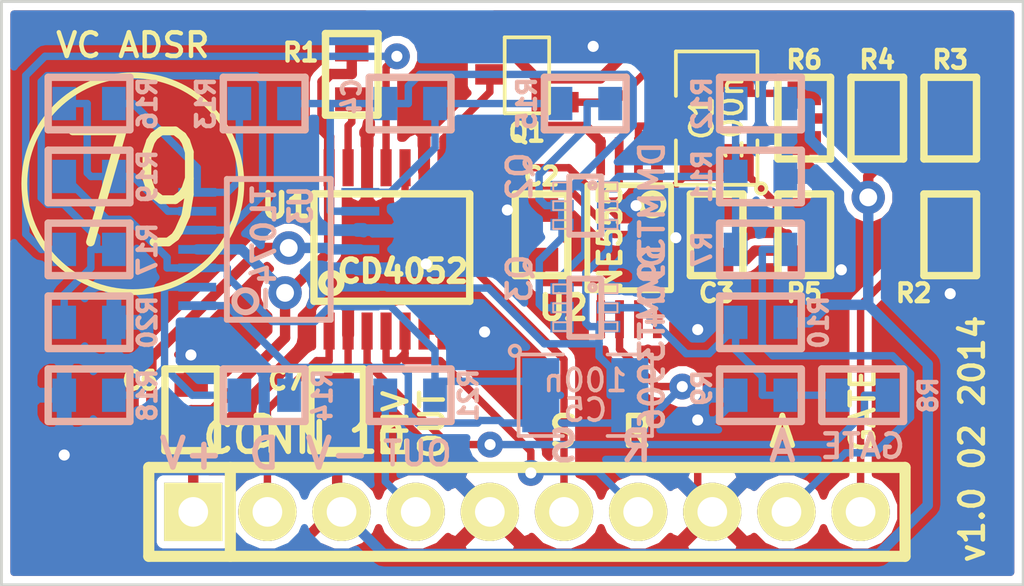
<source format=kicad_pcb>
(kicad_pcb (version 3) (host pcbnew "(2014-02-02 BZR 4653)-product")

  (general
    (links 89)
    (no_connects 8)
    (area 97.949999 74.449999 133.050001 95.60045)
    (thickness 1.6)
    (drawings 23)
    (tracks 417)
    (zones 0)
    (modules 35)
    (nets 30)
  )

  (page A3)
  (layers
    (15 F.Cu signal)
    (0 B.Cu signal)
    (16 B.Adhes user)
    (17 F.Adhes user)
    (18 B.Paste user)
    (19 F.Paste user)
    (20 B.SilkS user)
    (21 F.SilkS user)
    (22 B.Mask user)
    (23 F.Mask user)
    (24 Dwgs.User user)
    (25 Cmts.User user)
    (26 Eco1.User user)
    (27 Eco2.User user)
    (28 Edge.Cuts user)
  )

  (setup
    (last_trace_width 0.254)
    (trace_clearance 0.254)
    (zone_clearance 0.254)
    (zone_45_only no)
    (trace_min 0.254)
    (segment_width 0.2)
    (edge_width 0.1)
    (via_size 0.889)
    (via_drill 0.381)
    (via_min_size 0.889)
    (via_min_drill 0.381)
    (uvia_size 0.508)
    (uvia_drill 0.127)
    (uvias_allowed no)
    (uvia_min_size 0.508)
    (uvia_min_drill 0.127)
    (pcb_text_width 0.3)
    (pcb_text_size 1.5 1.5)
    (mod_edge_width 0.15)
    (mod_text_size 1 1)
    (mod_text_width 0.15)
    (pad_size 1.5 1.5)
    (pad_drill 0.6)
    (pad_to_mask_clearance 0)
    (aux_axis_origin 0 0)
    (visible_elements 7FFFDF7F)
    (pcbplotparams
      (layerselection 284196865)
      (usegerberextensions true)
      (excludeedgelayer true)
      (linewidth 0.150000)
      (plotframeref false)
      (viasonmask false)
      (mode 1)
      (useauxorigin false)
      (hpglpennumber 1)
      (hpglpenspeed 20)
      (hpglpendiameter 15)
      (hpglpenoverlay 2)
      (psnegative false)
      (psa4output false)
      (plotreference true)
      (plotvalue false)
      (plotothertext true)
      (plotinvisibletext false)
      (padsonsilk false)
      (subtractmaskfromsilk true)
      (outputformat 1)
      (mirror false)
      (drillshape 0)
      (scaleselection 1)
      (outputdirectory Gerbers/))
  )

  (net 0 "")
  (net 1 +12V)
  (net 2 -12V)
  (net 3 ATTACK)
  (net 4 DECAY)
  (net 5 "ENV OUT")
  (net 6 GATE)
  (net 7 GND)
  (net 8 N-0000010)
  (net 9 N-0000011)
  (net 10 N-0000012)
  (net 11 N-0000015)
  (net 12 N-0000016)
  (net 13 N-000002)
  (net 14 N-0000021)
  (net 15 N-0000022)
  (net 16 N-0000023)
  (net 17 N-0000024)
  (net 18 N-0000025)
  (net 19 N-0000027)
  (net 20 N-0000028)
  (net 21 N-0000029)
  (net 22 N-000003)
  (net 23 N-0000030)
  (net 24 N-000004)
  (net 25 N-000007)
  (net 26 N-000008)
  (net 27 N-000009)
  (net 28 RELEASE)
  (net 29 SUSTAIN)

  (net_class Default "This is the default net class."
    (clearance 0.254)
    (trace_width 0.254)
    (via_dia 0.889)
    (via_drill 0.381)
    (uvia_dia 0.508)
    (uvia_drill 0.127)
    (add_net "")
    (add_net GND)
    (add_net N-0000010)
    (add_net N-0000011)
    (add_net N-0000012)
    (add_net N-0000015)
    (add_net N-0000016)
    (add_net N-000002)
    (add_net N-0000021)
    (add_net N-0000022)
    (add_net N-0000023)
    (add_net N-0000024)
    (add_net N-0000025)
    (add_net N-0000027)
    (add_net N-0000028)
    (add_net N-0000029)
    (add_net N-000003)
    (add_net N-0000030)
    (add_net N-000004)
    (add_net N-000007)
    (add_net N-000008)
    (add_net N-000009)
  )

  (net_class POWER ""
    (clearance 0.254)
    (trace_width 0.3556)
    (via_dia 1.143)
    (via_drill 0.6096)
    (uvia_dia 0.508)
    (uvia_drill 0.127)
    (add_net +12V)
    (add_net -12V)
  )

  (net_class SIGNAL ""
    (clearance 0.254)
    (trace_width 0.254)
    (via_dia 0.889)
    (via_drill 0.381)
    (uvia_dia 0.508)
    (uvia_drill 0.127)
    (add_net ATTACK)
    (add_net DECAY)
    (add_net "ENV OUT")
    (add_net GATE)
    (add_net RELEASE)
    (add_net SUSTAIN)
  )

  (module TSSOP8-JRL (layer F.Cu) (tedit 52F02B18) (tstamp 52EC3E46)
    (at 119.5 82.5 180)
    (path /52EA6826)
    (attr smd)
    (fp_text reference U2 (at 2.25 -2.5 180) (layer F.SilkS)
      (effects (font (size 0.8128 0.8128) (thickness 0.1905)))
    )
    (fp_text value NE555 (at 0.65 -0.1 270) (layer F.SilkS)
      (effects (font (size 0.762 0.762) (thickness 0.16002)))
    )
    (fp_line (start -1.43 -1.9) (end 1.43 -1.9) (layer F.SilkS) (width 0.2))
    (fp_line (start 1.43 -1.9) (end 1.43 1.7) (layer F.SilkS) (width 0.2))
    (fp_line (start 1.43 1.7) (end -1.43 1.7) (layer F.SilkS) (width 0.2))
    (fp_line (start -1.438 1.678) (end -1.438 -1.878) (layer F.SilkS) (width 0.2))
    (fp_circle (center -0.803 1.043) (end -1.184 1.043) (layer F.SilkS) (width 0.2))
    (pad 1 smd rect (at -0.9554 2.694 180) (size 0.29972 1.30048) (layers F.Cu F.Paste F.Mask)
      (net 7 GND))
    (pad 2 smd rect (at -0.3204 2.694 180) (size 0.29972 1.30048) (layers F.Cu F.Paste F.Mask)
      (net 10 N-0000012))
    (pad 3 smd rect (at 0.34 2.694 180) (size 0.29972 1.30048) (layers F.Cu F.Paste F.Mask)
      (net 24 N-000004))
    (pad 4 smd rect (at 0.975 2.694 180) (size 0.29972 1.30048) (layers F.Cu F.Paste F.Mask)
      (net 1 +12V))
    (pad 5 smd rect (at 0.975 -2.894 180) (size 0.29972 1.30048) (layers F.Cu F.Paste F.Mask)
      (net 9 N-0000011))
    (pad 6 smd rect (at 0.3273 -2.894 180) (size 0.29972 1.30048) (layers F.Cu F.Paste F.Mask)
      (net 22 N-000003))
    (pad 7 smd rect (at -0.3204 -2.894 180) (size 0.29972 1.30048) (layers F.Cu F.Paste F.Mask))
    (pad 8 smd rect (at -0.9681 -2.894 180) (size 0.29972 1.30048) (layers F.Cu F.Paste F.Mask)
      (net 1 +12V))
    (model smd\smd_dil\tssop-14.wrl
      (at (xyz 0 0 0))
      (scale (xyz 1 1 1))
      (rotate (xyz 0 0 0))
    )
  )

  (module TSSOP16 (layer F.Cu) (tedit 52F02AEC) (tstamp 52EC3E5F)
    (at 111.5 83)
    (path /52E9DAA2)
    (attr smd)
    (fp_text reference U1 (at -3.75 -1.5) (layer F.SilkS)
      (effects (font (size 0.8128 0.8128) (thickness 0.1905)))
    )
    (fp_text value CD4052 (at 0.24892 0.7493) (layer F.SilkS)
      (effects (font (size 0.762 0.762) (thickness 0.1905)))
    )
    (fp_line (start -2.794 -1.905) (end 2.54 -1.905) (layer F.SilkS) (width 0.254))
    (fp_line (start 2.54 -1.905) (end 2.54 1.778) (layer F.SilkS) (width 0.254))
    (fp_line (start 2.54 1.778) (end -2.794 1.778) (layer F.SilkS) (width 0.254))
    (fp_line (start -2.794 1.778) (end -2.794 -1.905) (layer F.SilkS) (width 0.254))
    (fp_circle (center -2.20218 1.15824) (end -2.40538 1.41224) (layer F.SilkS) (width 0.254))
    (pad 1 smd rect (at -2.27584 2.79908) (size 0.381 1.27) (layers F.Cu F.Paste F.Mask)
      (net 4 DECAY))
    (pad 2 smd rect (at -1.6256 2.79908) (size 0.381 1.27) (layers F.Cu F.Paste F.Mask)
      (net 7 GND))
    (pad 3 smd rect (at -0.97536 2.79908) (size 0.381 1.27) (layers F.Cu F.Paste F.Mask)
      (net 26 N-000008))
    (pad 4 smd rect (at -0.32512 2.79908) (size 0.381 1.27) (layers F.Cu F.Paste F.Mask)
      (net 28 RELEASE))
    (pad 5 smd rect (at 0.32512 2.79908) (size 0.381 1.27) (layers F.Cu F.Paste F.Mask)
      (net 28 RELEASE))
    (pad 6 smd rect (at 0.97536 2.79908) (size 0.381 1.27) (layers F.Cu F.Paste F.Mask)
      (net 7 GND))
    (pad 7 smd rect (at 1.6256 2.79908) (size 0.381 1.27) (layers F.Cu F.Paste F.Mask)
      (net 7 GND))
    (pad 8 smd rect (at 2.27584 2.79908) (size 0.381 1.27) (layers F.Cu F.Paste F.Mask)
      (net 7 GND))
    (pad 9 smd rect (at 2.27584 -2.79908) (size 0.381 1.27) (layers F.Cu F.Paste F.Mask)
      (net 24 N-000004))
    (pad 10 smd rect (at 1.6256 -2.79908) (size 0.381 1.27) (layers F.Cu F.Paste F.Mask)
      (net 8 N-0000010))
    (pad 11 smd rect (at 0.97536 -2.79908) (size 0.381 1.27) (layers F.Cu F.Paste F.Mask)
      (net 7 GND))
    (pad 12 smd rect (at 0.32512 -2.79908) (size 0.381 1.27) (layers F.Cu F.Paste F.Mask)
      (net 29 SUSTAIN))
    (pad 13 smd rect (at -0.32512 -2.79908) (size 0.381 1.27) (layers F.Cu F.Paste F.Mask)
      (net 17 N-0000024))
    (pad 14 smd rect (at -0.97536 -2.79908) (size 0.381 1.27) (layers F.Cu F.Paste F.Mask)
      (net 7 GND))
    (pad 15 smd rect (at -1.6256 -2.79908) (size 0.381 1.27) (layers F.Cu F.Paste F.Mask)
      (net 21 N-0000029))
    (pad 16 smd rect (at -2.27584 -2.79908) (size 0.381 1.27) (layers F.Cu F.Paste F.Mask)
      (net 1 +12V))
    (model smd\smd_dil\tssop-16.wrl
      (at (xyz 0 0 0))
      (scale (xyz 1 1 1))
      (rotate (xyz 0 0 0))
    )
  )

  (module TSSOP14 (layer B.Cu) (tedit 52F02B6A) (tstamp 52EC3E76)
    (at 107.5 83 90)
    (path /52E9CC88)
    (attr smd)
    (fp_text reference U3 (at 1.5 0.75 270) (layer B.SilkS)
      (effects (font (size 0.762 0.635) (thickness 0.16002)) (justify mirror))
    )
    (fp_text value TL074- (at 0 -0.508 90) (layer B.SilkS)
      (effects (font (size 0.762 0.762) (thickness 0.16002)) (justify mirror))
    )
    (fp_line (start -2.413 1.778) (end 2.413 1.778) (layer B.SilkS) (width 0.2032))
    (fp_line (start 2.413 1.778) (end 2.413 -1.778) (layer B.SilkS) (width 0.2032))
    (fp_line (start 2.413 -1.778) (end -2.413 -1.778) (layer B.SilkS) (width 0.2032))
    (fp_line (start -2.413 -1.778) (end -2.413 1.778) (layer B.SilkS) (width 0.2032))
    (fp_circle (center -1.778 -1.143) (end -2.159 -1.143) (layer B.SilkS) (width 0.2032))
    (pad 1 smd rect (at -1.9304 -2.794 90) (size 0.29972 1.30048) (layers B.Cu B.Paste B.Mask)
      (net 22 N-000003))
    (pad 2 smd rect (at -1.2954 -2.794 90) (size 0.29972 1.30048) (layers B.Cu B.Paste B.Mask)
      (net 13 N-000002))
    (pad 3 smd rect (at -0.635 -2.794 90) (size 0.29972 1.30048) (layers B.Cu B.Paste B.Mask)
      (net 20 N-0000028))
    (pad 4 smd rect (at 0 -2.794 90) (size 0.29972 1.30048) (layers B.Cu B.Paste B.Mask)
      (net 1 +12V))
    (pad 5 smd rect (at 0.6604 -2.794 90) (size 0.29972 1.30048) (layers B.Cu B.Paste B.Mask)
      (net 23 N-0000030))
    (pad 6 smd rect (at 1.3081 -2.794 90) (size 0.29972 1.30048) (layers B.Cu B.Paste B.Mask)
      (net 16 N-0000023))
    (pad 7 smd rect (at 1.9558 -2.794 90) (size 0.29972 1.30048) (layers B.Cu B.Paste B.Mask)
      (net 18 N-0000025))
    (pad 8 smd rect (at 1.9558 2.794 90) (size 0.29972 1.30048) (layers B.Cu B.Paste B.Mask)
      (net 15 N-0000022))
    (pad 9 smd rect (at 1.3081 2.794 90) (size 0.29972 1.30048) (layers B.Cu B.Paste B.Mask)
      (net 14 N-0000021))
    (pad 10 smd rect (at 0.6604 2.794 90) (size 0.29972 1.30048) (layers B.Cu B.Paste B.Mask)
      (net 7 GND))
    (pad 11 smd rect (at 0 2.794 90) (size 0.29972 1.30048) (layers B.Cu B.Paste B.Mask)
      (net 2 -12V))
    (pad 12 smd rect (at -0.6477 2.794 90) (size 0.29972 1.30048) (layers B.Cu B.Paste B.Mask)
      (net 7 GND))
    (pad 13 smd rect (at -1.2954 2.794 90) (size 0.29972 1.30048) (layers B.Cu B.Paste B.Mask)
      (net 19 N-0000027))
    (pad 14 smd rect (at -1.9431 2.794 90) (size 0.29972 1.30048) (layers B.Cu B.Paste B.Mask)
      (net 20 N-0000028))
    (model smd\smd_dil\tssop-14.wrl
      (at (xyz 0 0 0))
      (scale (xyz 1 1 1))
      (rotate (xyz 0 0 0))
    )
  )

  (module SOT363-JRL (layer B.Cu) (tedit 52F02B7C) (tstamp 52EFBA56)
    (at 118 85 270)
    (descr "SMALL OUTLINE TRANSISTOR; 6 LEADS")
    (tags "SMALL OUTLINE TRANSISTOR; 6 LEADS")
    (path /52EA83F8)
    (attr smd)
    (fp_text reference Q3 (at -1 2.25 270) (layer B.SilkS)
      (effects (font (size 0.8128 0.8128) (thickness 0.1524)) (justify mirror))
    )
    (fp_text value DMMT3906 (at 1.016 -2.286 270) (layer B.SilkS)
      (effects (font (size 0.8128 0.8128) (thickness 0.1524)) (justify mirror))
    )
    (fp_line (start -0.79756 -1.09982) (end -0.49784 -1.09982) (layer B.SilkS) (width 0.06604))
    (fp_line (start -0.49784 -1.09982) (end -0.49784 -0.59944) (layer B.SilkS) (width 0.06604))
    (fp_line (start -0.79756 -0.59944) (end -0.49784 -0.59944) (layer B.SilkS) (width 0.06604))
    (fp_line (start -0.79756 -1.09982) (end -0.79756 -0.59944) (layer B.SilkS) (width 0.06604))
    (fp_line (start -0.14986 -1.09982) (end 0.14986 -1.09982) (layer B.SilkS) (width 0.06604))
    (fp_line (start 0.14986 -1.09982) (end 0.14986 -0.59944) (layer B.SilkS) (width 0.06604))
    (fp_line (start -0.14986 -0.59944) (end 0.14986 -0.59944) (layer B.SilkS) (width 0.06604))
    (fp_line (start -0.14986 -1.09982) (end -0.14986 -0.59944) (layer B.SilkS) (width 0.06604))
    (fp_line (start 0.49784 -1.09982) (end 0.79756 -1.09982) (layer B.SilkS) (width 0.06604))
    (fp_line (start 0.79756 -1.09982) (end 0.79756 -0.59944) (layer B.SilkS) (width 0.06604))
    (fp_line (start 0.49784 -0.59944) (end 0.79756 -0.59944) (layer B.SilkS) (width 0.06604))
    (fp_line (start 0.49784 -1.09982) (end 0.49784 -0.59944) (layer B.SilkS) (width 0.06604))
    (fp_line (start 0.49784 0.59944) (end 0.79756 0.59944) (layer B.SilkS) (width 0.06604))
    (fp_line (start 0.79756 0.59944) (end 0.79756 1.09982) (layer B.SilkS) (width 0.06604))
    (fp_line (start 0.49784 1.09982) (end 0.79756 1.09982) (layer B.SilkS) (width 0.06604))
    (fp_line (start 0.49784 0.59944) (end 0.49784 1.09982) (layer B.SilkS) (width 0.06604))
    (fp_line (start -0.14986 0.59944) (end 0.14986 0.59944) (layer B.SilkS) (width 0.06604))
    (fp_line (start 0.14986 0.59944) (end 0.14986 1.09982) (layer B.SilkS) (width 0.06604))
    (fp_line (start -0.14986 1.09982) (end 0.14986 1.09982) (layer B.SilkS) (width 0.06604))
    (fp_line (start -0.14986 0.59944) (end -0.14986 1.09982) (layer B.SilkS) (width 0.06604))
    (fp_line (start -0.79756 0.59944) (end -0.49784 0.59944) (layer B.SilkS) (width 0.06604))
    (fp_line (start -0.49784 0.59944) (end -0.49784 1.09982) (layer B.SilkS) (width 0.06604))
    (fp_line (start -0.79756 1.09982) (end -0.49784 1.09982) (layer B.SilkS) (width 0.06604))
    (fp_line (start -0.79756 0.59944) (end -0.79756 1.09982) (layer B.SilkS) (width 0.06604))
    (fp_line (start -0.99822 0.54864) (end 0.99822 0.54864) (layer B.SilkS) (width 0.2032))
    (fp_line (start 0.99822 0.54864) (end 0.99822 -0.54864) (layer B.SilkS) (width 0.2032))
    (fp_line (start 0.99822 -0.54864) (end -0.99822 -0.54864) (layer B.SilkS) (width 0.2032))
    (fp_line (start -0.99822 -0.54864) (end -0.99822 0.54864) (layer B.SilkS) (width 0.2032))
    (fp_circle (center -0.6985 -0.24892) (end -0.77216 -0.32258) (layer B.SilkS) (width 0.1524))
    (pad 1 smd rect (at -0.6477 -0.79756 270) (size 0.39878 0.79756) (layers B.Cu B.Paste B.Mask)
      (net 7 GND))
    (pad 2 smd rect (at 0 -0.79756 270) (size 0.39878 0.79756) (layers B.Cu B.Paste B.Mask)
      (net 25 N-000007))
    (pad 3 smd rect (at 0.6477 -0.79756 270) (size 0.39878 0.79756) (layers B.Cu B.Paste B.Mask)
      (net 19 N-0000027))
    (pad 4 smd rect (at 0.6477 0.79756 270) (size 0.39878 0.79756) (layers B.Cu B.Paste B.Mask)
      (net 11 N-0000015))
    (pad 5 smd rect (at 0 0.79756 270) (size 0.39878 0.79756) (layers B.Cu B.Paste B.Mask)
      (net 11 N-0000015))
    (pad 6 smd rect (at -0.6477 0.79756 270) (size 0.39878 0.79756) (layers B.Cu B.Paste B.Mask)
      (net 14 N-0000021))
  )

  (module SOT363-JRL (layer B.Cu) (tedit 52F02B77) (tstamp 52EFBA7E)
    (at 118 81.5 270)
    (descr "SMALL OUTLINE TRANSISTOR; 6 LEADS")
    (tags "SMALL OUTLINE TRANSISTOR; 6 LEADS")
    (path /52EA83E9)
    (attr smd)
    (fp_text reference Q2 (at -1 2.25 450) (layer B.SilkS)
      (effects (font (size 0.8128 0.8128) (thickness 0.1524)) (justify mirror))
    )
    (fp_text value DMMT3904 (at 1.016 -2.286 270) (layer B.SilkS)
      (effects (font (size 0.8128 0.8128) (thickness 0.1524)) (justify mirror))
    )
    (fp_line (start -0.79756 -1.09982) (end -0.49784 -1.09982) (layer B.SilkS) (width 0.06604))
    (fp_line (start -0.49784 -1.09982) (end -0.49784 -0.59944) (layer B.SilkS) (width 0.06604))
    (fp_line (start -0.79756 -0.59944) (end -0.49784 -0.59944) (layer B.SilkS) (width 0.06604))
    (fp_line (start -0.79756 -1.09982) (end -0.79756 -0.59944) (layer B.SilkS) (width 0.06604))
    (fp_line (start -0.14986 -1.09982) (end 0.14986 -1.09982) (layer B.SilkS) (width 0.06604))
    (fp_line (start 0.14986 -1.09982) (end 0.14986 -0.59944) (layer B.SilkS) (width 0.06604))
    (fp_line (start -0.14986 -0.59944) (end 0.14986 -0.59944) (layer B.SilkS) (width 0.06604))
    (fp_line (start -0.14986 -1.09982) (end -0.14986 -0.59944) (layer B.SilkS) (width 0.06604))
    (fp_line (start 0.49784 -1.09982) (end 0.79756 -1.09982) (layer B.SilkS) (width 0.06604))
    (fp_line (start 0.79756 -1.09982) (end 0.79756 -0.59944) (layer B.SilkS) (width 0.06604))
    (fp_line (start 0.49784 -0.59944) (end 0.79756 -0.59944) (layer B.SilkS) (width 0.06604))
    (fp_line (start 0.49784 -1.09982) (end 0.49784 -0.59944) (layer B.SilkS) (width 0.06604))
    (fp_line (start 0.49784 0.59944) (end 0.79756 0.59944) (layer B.SilkS) (width 0.06604))
    (fp_line (start 0.79756 0.59944) (end 0.79756 1.09982) (layer B.SilkS) (width 0.06604))
    (fp_line (start 0.49784 1.09982) (end 0.79756 1.09982) (layer B.SilkS) (width 0.06604))
    (fp_line (start 0.49784 0.59944) (end 0.49784 1.09982) (layer B.SilkS) (width 0.06604))
    (fp_line (start -0.14986 0.59944) (end 0.14986 0.59944) (layer B.SilkS) (width 0.06604))
    (fp_line (start 0.14986 0.59944) (end 0.14986 1.09982) (layer B.SilkS) (width 0.06604))
    (fp_line (start -0.14986 1.09982) (end 0.14986 1.09982) (layer B.SilkS) (width 0.06604))
    (fp_line (start -0.14986 0.59944) (end -0.14986 1.09982) (layer B.SilkS) (width 0.06604))
    (fp_line (start -0.79756 0.59944) (end -0.49784 0.59944) (layer B.SilkS) (width 0.06604))
    (fp_line (start -0.49784 0.59944) (end -0.49784 1.09982) (layer B.SilkS) (width 0.06604))
    (fp_line (start -0.79756 1.09982) (end -0.49784 1.09982) (layer B.SilkS) (width 0.06604))
    (fp_line (start -0.79756 0.59944) (end -0.79756 1.09982) (layer B.SilkS) (width 0.06604))
    (fp_line (start -0.99822 0.54864) (end 0.99822 0.54864) (layer B.SilkS) (width 0.2032))
    (fp_line (start 0.99822 0.54864) (end 0.99822 -0.54864) (layer B.SilkS) (width 0.2032))
    (fp_line (start 0.99822 -0.54864) (end -0.99822 -0.54864) (layer B.SilkS) (width 0.2032))
    (fp_line (start -0.99822 -0.54864) (end -0.99822 0.54864) (layer B.SilkS) (width 0.2032))
    (fp_circle (center -0.6985 -0.24892) (end -0.77216 -0.32258) (layer B.SilkS) (width 0.1524))
    (pad 1 smd rect (at -0.6477 -0.79756 270) (size 0.39878 0.79756) (layers B.Cu B.Paste B.Mask)
      (net 12 N-0000016))
    (pad 2 smd rect (at 0 -0.79756 270) (size 0.39878 0.79756) (layers B.Cu B.Paste B.Mask)
      (net 7 GND))
    (pad 3 smd rect (at 0.6477 -0.79756 270) (size 0.39878 0.79756) (layers B.Cu B.Paste B.Mask)
      (net 19 N-0000027))
    (pad 4 smd rect (at 0.6477 0.79756 270) (size 0.39878 0.79756) (layers B.Cu B.Paste B.Mask)
      (net 11 N-0000015))
    (pad 5 smd rect (at 0 0.79756 270) (size 0.39878 0.79756) (layers B.Cu B.Paste B.Mask)
      (net 11 N-0000015))
    (pad 6 smd rect (at -0.6477 0.79756 270) (size 0.39878 0.79756) (layers B.Cu B.Paste B.Mask)
      (net 14 N-0000021))
  )

  (module SOT23-JRL (layer F.Cu) (tedit 52F02A8D) (tstamp 52EF2878)
    (at 116 77 90)
    (tags SOT23)
    (path /52EA6833)
    (fp_text reference Q1 (at -2 0 180) (layer F.SilkS)
      (effects (font (size 0.6096 0.6096) (thickness 0.1524)))
    )
    (fp_text value 2N3904 (at 0.0635 0 90) (layer F.SilkS) hide
      (effects (font (size 0.8128 0.8128) (thickness 0.1524)))
    )
    (fp_line (start 1.27 0.762) (end -1.3335 0.762) (layer F.SilkS) (width 0.127))
    (fp_line (start -1.3335 0.762) (end -1.3335 -0.762) (layer F.SilkS) (width 0.127))
    (fp_line (start -1.3335 -0.762) (end 1.27 -0.762) (layer F.SilkS) (width 0.127))
    (fp_line (start 1.27 -0.762) (end 1.27 0.762) (layer F.SilkS) (width 0.127))
    (pad 3 smd rect (at 0 -1.27 90) (size 0.70104 1.00076) (layers F.Cu F.Paste F.Mask)
      (net 8 N-0000010))
    (pad 1 smd rect (at 0.9525 1.27 90) (size 0.70104 1.00076) (layers F.Cu F.Paste F.Mask)
      (net 7 GND))
    (pad 2 smd rect (at -0.9525 1.27 90) (size 0.70104 1.00076) (layers F.Cu F.Paste F.Mask)
      (net 27 N-000009))
    (model smd/SOT23_6.wrl
      (at (xyz 0 0 0))
      (scale (xyz 0.11 0.11 0.11))
      (rotate (xyz 0 0 -180))
    )
  )

  (module SM0603-JRL (layer B.Cu) (tedit 52F02B8C) (tstamp 52EC3ED9)
    (at 124 88)
    (path /52EA8356)
    (attr smd)
    (fp_text reference R9 (at -2 -0.25 90) (layer B.SilkS)
      (effects (font (size 0.6096 0.6096) (thickness 0.1524)) (justify mirror))
    )
    (fp_text value 2.2K (at 0 0) (layer B.SilkS) hide
      (effects (font (size 0.508 0.4572) (thickness 0.1143)) (justify mirror))
    )
    (fp_line (start -1.4 -0.9) (end 1.4 -0.9) (layer B.SilkS) (width 0.254))
    (fp_line (start 1.4 -0.9) (end 1.4 0.9) (layer B.SilkS) (width 0.254))
    (fp_line (start 1.4 0.9) (end -1.4 0.9) (layer B.SilkS) (width 0.254))
    (fp_line (start -1.4 0.9) (end -1.4 -0.9) (layer B.SilkS) (width 0.254))
    (pad 1 smd rect (at -0.8509 0) (size 0.8128 1.143) (layers B.Cu B.Paste B.Mask)
      (net 7 GND))
    (pad 2 smd rect (at 0.8509 0) (size 0.8128 1.143) (layers B.Cu B.Paste B.Mask)
      (net 25 N-000007))
    (model smd\resistors\R0603.wrl
      (at (xyz 0 0 0.001))
      (scale (xyz 0.5 0.5 0.5))
      (rotate (xyz 0 0 0))
    )
  )

  (module SM0603-JRL (layer F.Cu) (tedit 52F02A9D) (tstamp 52EF286C)
    (at 128 78.5 270)
    (path /52EA68F7)
    (attr smd)
    (fp_text reference R4 (at -2 0 360) (layer F.SilkS)
      (effects (font (size 0.6096 0.6096) (thickness 0.1524)))
    )
    (fp_text value 330K (at 0 0 270) (layer F.SilkS) hide
      (effects (font (size 0.508 0.4572) (thickness 0.1143)))
    )
    (fp_line (start -1.4 0.9) (end 1.4 0.9) (layer F.SilkS) (width 0.254))
    (fp_line (start 1.4 0.9) (end 1.4 -0.9) (layer F.SilkS) (width 0.254))
    (fp_line (start 1.4 -0.9) (end -1.4 -0.9) (layer F.SilkS) (width 0.254))
    (fp_line (start -1.4 -0.9) (end -1.4 0.9) (layer F.SilkS) (width 0.254))
    (pad 1 smd rect (at -0.8509 0 270) (size 0.8128 1.143) (layers F.Cu F.Paste F.Mask)
      (net 27 N-000009))
    (pad 2 smd rect (at 0.8509 0 270) (size 0.8128 1.143) (layers F.Cu F.Paste F.Mask)
      (net 2 -12V))
    (model smd\resistors\R0603.wrl
      (at (xyz 0 0 0.001))
      (scale (xyz 0.5 0.5 0.5))
      (rotate (xyz 0 0 0))
    )
  )

  (module SM0603-JRL (layer F.Cu) (tedit 52F02A99) (tstamp 52EC3EF7)
    (at 125.5 78.5 90)
    (path /52EA6BBB)
    (attr smd)
    (fp_text reference R6 (at 2 0 180) (layer F.SilkS)
      (effects (font (size 0.6096 0.6096) (thickness 0.1524)))
    )
    (fp_text value 10K (at 0 0 90) (layer F.SilkS) hide
      (effects (font (size 0.508 0.4572) (thickness 0.1143)))
    )
    (fp_line (start -1.4 0.9) (end 1.4 0.9) (layer F.SilkS) (width 0.254))
    (fp_line (start 1.4 0.9) (end 1.4 -0.9) (layer F.SilkS) (width 0.254))
    (fp_line (start 1.4 -0.9) (end -1.4 -0.9) (layer F.SilkS) (width 0.254))
    (fp_line (start -1.4 -0.9) (end -1.4 0.9) (layer F.SilkS) (width 0.254))
    (pad 1 smd rect (at -0.8509 0 90) (size 0.8128 1.143) (layers F.Cu F.Paste F.Mask)
      (net 1 +12V))
    (pad 2 smd rect (at 0.8509 0 90) (size 0.8128 1.143) (layers F.Cu F.Paste F.Mask)
      (net 10 N-0000012))
    (model smd\resistors\R0603.wrl
      (at (xyz 0 0 0.001))
      (scale (xyz 0.5 0.5 0.5))
      (rotate (xyz 0 0 0))
    )
  )

  (module SM0603-JRL (layer F.Cu) (tedit 52F02AB3) (tstamp 52EC3F01)
    (at 116.5 82.5 90)
    (path /52EA7373)
    (attr smd)
    (fp_text reference C2 (at 2 0 180) (layer F.SilkS)
      (effects (font (size 0.6096 0.6096) (thickness 0.1524)))
    )
    (fp_text value 0.01μ (at 0 0 90) (layer F.SilkS) hide
      (effects (font (size 0.508 0.4572) (thickness 0.1143)))
    )
    (fp_line (start -1.4 0.9) (end 1.4 0.9) (layer F.SilkS) (width 0.254))
    (fp_line (start 1.4 0.9) (end 1.4 -0.9) (layer F.SilkS) (width 0.254))
    (fp_line (start 1.4 -0.9) (end -1.4 -0.9) (layer F.SilkS) (width 0.254))
    (fp_line (start -1.4 -0.9) (end -1.4 0.9) (layer F.SilkS) (width 0.254))
    (pad 1 smd rect (at -0.8509 0 90) (size 0.8128 1.143) (layers F.Cu F.Paste F.Mask)
      (net 9 N-0000011))
    (pad 2 smd rect (at 0.8509 0 90) (size 0.8128 1.143) (layers F.Cu F.Paste F.Mask)
      (net 7 GND))
    (model smd\resistors\R0603.wrl
      (at (xyz 0 0 0.001))
      (scale (xyz 0.5 0.5 0.5))
      (rotate (xyz 0 0 0))
    )
  )

  (module SM0603-JRL (layer B.Cu) (tedit 52F02B5A) (tstamp 52EC3F0B)
    (at 107 88 180)
    (path /52EA7939)
    (attr smd)
    (fp_text reference R14 (at -2 0 270) (layer B.SilkS)
      (effects (font (size 0.6096 0.6096) (thickness 0.1524)) (justify mirror))
    )
    (fp_text value 56K** (at 0 0 180) (layer B.SilkS) hide
      (effects (font (size 0.508 0.4572) (thickness 0.1143)) (justify mirror))
    )
    (fp_line (start -1.4 -0.9) (end 1.4 -0.9) (layer B.SilkS) (width 0.254))
    (fp_line (start 1.4 -0.9) (end 1.4 0.9) (layer B.SilkS) (width 0.254))
    (fp_line (start 1.4 0.9) (end -1.4 0.9) (layer B.SilkS) (width 0.254))
    (fp_line (start -1.4 0.9) (end -1.4 -0.9) (layer B.SilkS) (width 0.254))
    (pad 1 smd rect (at -0.8509 0 180) (size 0.8128 1.143) (layers B.Cu B.Paste B.Mask)
      (net 22 N-000003))
    (pad 2 smd rect (at 0.8509 0 180) (size 0.8128 1.143) (layers B.Cu B.Paste B.Mask)
      (net 13 N-000002))
    (model smd\resistors\R0603.wrl
      (at (xyz 0 0 0.001))
      (scale (xyz 0.5 0.5 0.5))
      (rotate (xyz 0 0 0))
    )
  )

  (module SM0603-JRL (layer B.Cu) (tedit 52F02B54) (tstamp 52EC3F15)
    (at 101 88 180)
    (path /52EA793F)
    (attr smd)
    (fp_text reference R18 (at -2 0 270) (layer B.SilkS)
      (effects (font (size 0.6096 0.6096) (thickness 0.1524)) (justify mirror))
    )
    (fp_text value 100K (at 0 0 180) (layer B.SilkS) hide
      (effects (font (size 0.508 0.4572) (thickness 0.1143)) (justify mirror))
    )
    (fp_line (start -1.4 -0.9) (end 1.4 -0.9) (layer B.SilkS) (width 0.254))
    (fp_line (start 1.4 -0.9) (end 1.4 0.9) (layer B.SilkS) (width 0.254))
    (fp_line (start 1.4 0.9) (end -1.4 0.9) (layer B.SilkS) (width 0.254))
    (fp_line (start -1.4 0.9) (end -1.4 -0.9) (layer B.SilkS) (width 0.254))
    (pad 1 smd rect (at -0.8509 0 180) (size 0.8128 1.143) (layers B.Cu B.Paste B.Mask)
      (net 13 N-000002))
    (pad 2 smd rect (at 0.8509 0 180) (size 0.8128 1.143) (layers B.Cu B.Paste B.Mask)
      (net 7 GND))
    (model smd\resistors\R0603.wrl
      (at (xyz 0 0 0.001))
      (scale (xyz 0.5 0.5 0.5))
      (rotate (xyz 0 0 0))
    )
  )

  (module SM0603-JRL (layer F.Cu) (tedit 52F02ABA) (tstamp 52EC3F1F)
    (at 122.5 82.5 90)
    (path /52EC40BB)
    (attr smd)
    (fp_text reference C3 (at -2 0 180) (layer F.SilkS)
      (effects (font (size 0.6096 0.6096) (thickness 0.1524)))
    )
    (fp_text value 100n (at 0 0 90) (layer F.SilkS) hide
      (effects (font (size 0.508 0.4572) (thickness 0.1143)))
    )
    (fp_line (start -1.4 0.9) (end 1.4 0.9) (layer F.SilkS) (width 0.254))
    (fp_line (start 1.4 0.9) (end 1.4 -0.9) (layer F.SilkS) (width 0.254))
    (fp_line (start 1.4 -0.9) (end -1.4 -0.9) (layer F.SilkS) (width 0.254))
    (fp_line (start -1.4 -0.9) (end -1.4 0.9) (layer F.SilkS) (width 0.254))
    (pad 1 smd rect (at -0.8509 0 90) (size 0.8128 1.143) (layers F.Cu F.Paste F.Mask)
      (net 1 +12V))
    (pad 2 smd rect (at 0.8509 0 90) (size 0.8128 1.143) (layers F.Cu F.Paste F.Mask)
      (net 7 GND))
    (model smd\resistors\R0603.wrl
      (at (xyz 0 0 0.001))
      (scale (xyz 0.5 0.5 0.5))
      (rotate (xyz 0 0 0))
    )
  )

  (module SM0603-JRL (layer B.Cu) (tedit 52F02B81) (tstamp 52EF2814)
    (at 124 85.5 180)
    (path /52EA835C)
    (attr smd)
    (fp_text reference R10 (at -2 0 270) (layer B.SilkS)
      (effects (font (size 0.6096 0.6096) (thickness 0.1524)) (justify mirror))
    )
    (fp_text value 270K (at 0 0 180) (layer B.SilkS) hide
      (effects (font (size 0.508 0.4572) (thickness 0.1143)) (justify mirror))
    )
    (fp_line (start -1.4 -0.9) (end 1.4 -0.9) (layer B.SilkS) (width 0.254))
    (fp_line (start 1.4 -0.9) (end 1.4 0.9) (layer B.SilkS) (width 0.254))
    (fp_line (start 1.4 0.9) (end -1.4 0.9) (layer B.SilkS) (width 0.254))
    (fp_line (start -1.4 0.9) (end -1.4 -0.9) (layer B.SilkS) (width 0.254))
    (pad 1 smd rect (at -0.8509 0 180) (size 0.8128 1.143) (layers B.Cu B.Paste B.Mask)
      (net 2 -12V))
    (pad 2 smd rect (at 0.8509 0 180) (size 0.8128 1.143) (layers B.Cu B.Paste B.Mask)
      (net 25 N-000007))
    (model smd\resistors\R0603.wrl
      (at (xyz 0 0 0.001))
      (scale (xyz 0.5 0.5 0.5))
      (rotate (xyz 0 0 0))
    )
  )

  (module SM0603-JRL (layer B.Cu) (tedit 52F02B32) (tstamp 52EC3F33)
    (at 124 83 180)
    (path /52EA8929)
    (attr smd)
    (fp_text reference R7 (at 2 0 270) (layer B.SilkS)
      (effects (font (size 0.6096 0.6096) (thickness 0.1524)) (justify mirror))
    )
    (fp_text value 43K** (at 0 0 180) (layer B.SilkS) hide
      (effects (font (size 0.508 0.4572) (thickness 0.1143)) (justify mirror))
    )
    (fp_line (start -1.4 -0.9) (end 1.4 -0.9) (layer B.SilkS) (width 0.254))
    (fp_line (start 1.4 -0.9) (end 1.4 0.9) (layer B.SilkS) (width 0.254))
    (fp_line (start 1.4 0.9) (end -1.4 0.9) (layer B.SilkS) (width 0.254))
    (fp_line (start -1.4 0.9) (end -1.4 -0.9) (layer B.SilkS) (width 0.254))
    (pad 1 smd rect (at -0.8509 0 180) (size 0.8128 1.143) (layers B.Cu B.Paste B.Mask)
      (net 3 ATTACK))
    (pad 2 smd rect (at 0.8509 0 180) (size 0.8128 1.143) (layers B.Cu B.Paste B.Mask)
      (net 12 N-0000016))
    (model smd\resistors\R0603.wrl
      (at (xyz 0 0 0.001))
      (scale (xyz 0.5 0.5 0.5))
      (rotate (xyz 0 0 0))
    )
  )

  (module SM0603-JRL (layer B.Cu) (tedit 52F02B2F) (tstamp 52EF282A)
    (at 124 80.5 180)
    (path /52EA893B)
    (attr smd)
    (fp_text reference R11 (at 2 0 270) (layer B.SilkS)
      (effects (font (size 0.6096 0.6096) (thickness 0.1524)) (justify mirror))
    )
    (fp_text value 2.2K (at 0 0 180) (layer B.SilkS) hide
      (effects (font (size 0.508 0.4572) (thickness 0.1143)) (justify mirror))
    )
    (fp_line (start -1.4 -0.9) (end 1.4 -0.9) (layer B.SilkS) (width 0.254))
    (fp_line (start 1.4 -0.9) (end 1.4 0.9) (layer B.SilkS) (width 0.254))
    (fp_line (start 1.4 0.9) (end -1.4 0.9) (layer B.SilkS) (width 0.254))
    (fp_line (start -1.4 0.9) (end -1.4 -0.9) (layer B.SilkS) (width 0.254))
    (pad 1 smd rect (at -0.8509 0 180) (size 0.8128 1.143) (layers B.Cu B.Paste B.Mask)
      (net 7 GND))
    (pad 2 smd rect (at 0.8509 0 180) (size 0.8128 1.143) (layers B.Cu B.Paste B.Mask)
      (net 12 N-0000016))
    (model smd\resistors\R0603.wrl
      (at (xyz 0 0 0.001))
      (scale (xyz 0.5 0.5 0.5))
      (rotate (xyz 0 0 0))
    )
  )

  (module SM0603-JRL (layer B.Cu) (tedit 52F02B2D) (tstamp 52EF281F)
    (at 124 78 180)
    (path /52EA8941)
    (attr smd)
    (fp_text reference R12 (at 2 0 270) (layer B.SilkS)
      (effects (font (size 0.6096 0.6096) (thickness 0.1524)) (justify mirror))
    )
    (fp_text value 270K (at 0 0 180) (layer B.SilkS) hide
      (effects (font (size 0.508 0.4572) (thickness 0.1143)) (justify mirror))
    )
    (fp_line (start -1.4 -0.9) (end 1.4 -0.9) (layer B.SilkS) (width 0.254))
    (fp_line (start 1.4 -0.9) (end 1.4 0.9) (layer B.SilkS) (width 0.254))
    (fp_line (start 1.4 0.9) (end -1.4 0.9) (layer B.SilkS) (width 0.254))
    (fp_line (start -1.4 0.9) (end -1.4 -0.9) (layer B.SilkS) (width 0.254))
    (pad 1 smd rect (at -0.8509 0 180) (size 0.8128 1.143) (layers B.Cu B.Paste B.Mask)
      (net 2 -12V))
    (pad 2 smd rect (at 0.8509 0 180) (size 0.8128 1.143) (layers B.Cu B.Paste B.Mask)
      (net 12 N-0000016))
    (model smd\resistors\R0603.wrl
      (at (xyz 0 0 0.001))
      (scale (xyz 0.5 0.5 0.5))
      (rotate (xyz 0 0 0))
    )
  )

  (module SM0603-JRL (layer F.Cu) (tedit 52F02AC4) (tstamp 52ED3764)
    (at 130.5 82.5 270)
    (path /52EA68F1)
    (attr smd)
    (fp_text reference R2 (at 2 1.25 360) (layer F.SilkS)
      (effects (font (size 0.6096 0.6096) (thickness 0.1524)))
    )
    (fp_text value 100K (at 0 0 270) (layer F.SilkS) hide
      (effects (font (size 0.508 0.4572) (thickness 0.1143)))
    )
    (fp_line (start -1.4 0.9) (end 1.4 0.9) (layer F.SilkS) (width 0.254))
    (fp_line (start 1.4 0.9) (end 1.4 -0.9) (layer F.SilkS) (width 0.254))
    (fp_line (start 1.4 -0.9) (end -1.4 -0.9) (layer F.SilkS) (width 0.254))
    (fp_line (start -1.4 -0.9) (end -1.4 0.9) (layer F.SilkS) (width 0.254))
    (pad 1 smd rect (at -0.8509 0 270) (size 0.8128 1.143) (layers F.Cu F.Paste F.Mask)
      (net 6 GATE))
    (pad 2 smd rect (at 0.8509 0 270) (size 0.8128 1.143) (layers F.Cu F.Paste F.Mask)
      (net 7 GND))
    (model smd\resistors\R0603.wrl
      (at (xyz 0 0 0.001))
      (scale (xyz 0.5 0.5 0.5))
      (rotate (xyz 0 0 0))
    )
  )

  (module SM0603-JRL (layer F.Cu) (tedit 52F02AA1) (tstamp 52EC3F5B)
    (at 130.5 78.5 270)
    (path /52EA6853)
    (attr smd)
    (fp_text reference R3 (at -2 0 360) (layer F.SilkS)
      (effects (font (size 0.6096 0.6096) (thickness 0.1524)))
    )
    (fp_text value 33K (at 0 0 270) (layer F.SilkS) hide
      (effects (font (size 0.508 0.4572) (thickness 0.1143)))
    )
    (fp_line (start -1.4 0.9) (end 1.4 0.9) (layer F.SilkS) (width 0.254))
    (fp_line (start 1.4 0.9) (end 1.4 -0.9) (layer F.SilkS) (width 0.254))
    (fp_line (start 1.4 -0.9) (end -1.4 -0.9) (layer F.SilkS) (width 0.254))
    (fp_line (start -1.4 -0.9) (end -1.4 0.9) (layer F.SilkS) (width 0.254))
    (pad 1 smd rect (at -0.8509 0 270) (size 0.8128 1.143) (layers F.Cu F.Paste F.Mask)
      (net 27 N-000009))
    (pad 2 smd rect (at 0.8509 0 270) (size 0.8128 1.143) (layers F.Cu F.Paste F.Mask)
      (net 6 GATE))
    (model smd\resistors\R0603.wrl
      (at (xyz 0 0 0.001))
      (scale (xyz 0.5 0.5 0.5))
      (rotate (xyz 0 0 0))
    )
  )

  (module SM0603-JRL (layer F.Cu) (tedit 52F02ABC) (tstamp 52EC3F65)
    (at 125.5 82.5 270)
    (path /52EA6840)
    (attr smd)
    (fp_text reference R5 (at 2 0 360) (layer F.SilkS)
      (effects (font (size 0.6096 0.6096) (thickness 0.1524)))
    )
    (fp_text value 22K (at 0 0 270) (layer F.SilkS) hide
      (effects (font (size 0.508 0.4572) (thickness 0.1143)))
    )
    (fp_line (start -1.4 0.9) (end 1.4 0.9) (layer F.SilkS) (width 0.254))
    (fp_line (start 1.4 0.9) (end 1.4 -0.9) (layer F.SilkS) (width 0.254))
    (fp_line (start 1.4 -0.9) (end -1.4 -0.9) (layer F.SilkS) (width 0.254))
    (fp_line (start -1.4 -0.9) (end -1.4 0.9) (layer F.SilkS) (width 0.254))
    (pad 1 smd rect (at -0.8509 0 270) (size 0.8128 1.143) (layers F.Cu F.Paste F.Mask)
      (net 8 N-0000010))
    (pad 2 smd rect (at 0.8509 0 270) (size 0.8128 1.143) (layers F.Cu F.Paste F.Mask)
      (net 1 +12V))
    (model smd\resistors\R0603.wrl
      (at (xyz 0 0 0.001))
      (scale (xyz 0.5 0.5 0.5))
      (rotate (xyz 0 0 0))
    )
  )

  (module SM0603-JRL (layer B.Cu) (tedit 52F02B5C) (tstamp 52EFBA9F)
    (at 112 88 180)
    (path /52E9E466)
    (attr smd)
    (fp_text reference R21 (at -2 0 270) (layer B.SilkS)
      (effects (font (size 0.6096 0.6096) (thickness 0.1524)) (justify mirror))
    )
    (fp_text value 1K (at 0 0 180) (layer B.SilkS) hide
      (effects (font (size 0.508 0.4572) (thickness 0.1143)) (justify mirror))
    )
    (fp_line (start -1.4 -0.9) (end 1.4 -0.9) (layer B.SilkS) (width 0.254))
    (fp_line (start 1.4 -0.9) (end 1.4 0.9) (layer B.SilkS) (width 0.254))
    (fp_line (start 1.4 0.9) (end -1.4 0.9) (layer B.SilkS) (width 0.254))
    (fp_line (start -1.4 0.9) (end -1.4 -0.9) (layer B.SilkS) (width 0.254))
    (pad 1 smd rect (at -0.8509 0 180) (size 0.8128 1.143) (layers B.Cu B.Paste B.Mask)
      (net 20 N-0000028))
    (pad 2 smd rect (at 0.8509 0 180) (size 0.8128 1.143) (layers B.Cu B.Paste B.Mask)
      (net 5 "ENV OUT"))
    (model smd\resistors\R0603.wrl
      (at (xyz 0 0 0.001))
      (scale (xyz 0.5 0.5 0.5))
      (rotate (xyz 0 0 0))
    )
  )

  (module SM0603-JRL (layer B.Cu) (tedit 52F02B35) (tstamp 52EF2856)
    (at 118 78)
    (path /52E9DF52)
    (attr smd)
    (fp_text reference R15 (at -2 0 90) (layer B.SilkS)
      (effects (font (size 0.6096 0.6096) (thickness 0.1524)) (justify mirror))
    )
    (fp_text value R_US (at 0 0) (layer B.SilkS) hide
      (effects (font (size 0.508 0.4572) (thickness 0.1143)) (justify mirror))
    )
    (fp_line (start -1.4 -0.9) (end 1.4 -0.9) (layer B.SilkS) (width 0.254))
    (fp_line (start 1.4 -0.9) (end 1.4 0.9) (layer B.SilkS) (width 0.254))
    (fp_line (start 1.4 0.9) (end -1.4 0.9) (layer B.SilkS) (width 0.254))
    (fp_line (start -1.4 0.9) (end -1.4 -0.9) (layer B.SilkS) (width 0.254))
    (pad 1 smd rect (at -0.8509 0) (size 0.8128 1.143) (layers B.Cu B.Paste B.Mask)
      (net 15 N-0000022))
    (pad 2 smd rect (at 0.8509 0) (size 0.8128 1.143) (layers B.Cu B.Paste B.Mask)
      (net 11 N-0000015))
    (model smd\resistors\R0603.wrl
      (at (xyz 0 0 0.001))
      (scale (xyz 0.5 0.5 0.5))
      (rotate (xyz 0 0 0))
    )
  )

  (module SM0603-JRL (layer B.Cu) (tedit 52F02B49) (tstamp 52EFBAAA)
    (at 101 78 180)
    (path /52E9DEFE)
    (attr smd)
    (fp_text reference R16 (at -2 0 270) (layer B.SilkS)
      (effects (font (size 0.6096 0.6096) (thickness 0.1524)) (justify mirror))
    )
    (fp_text value 47K (at 0 0 180) (layer B.SilkS) hide
      (effects (font (size 0.508 0.4572) (thickness 0.1143)) (justify mirror))
    )
    (fp_line (start -1.4 -0.9) (end 1.4 -0.9) (layer B.SilkS) (width 0.254))
    (fp_line (start 1.4 -0.9) (end 1.4 0.9) (layer B.SilkS) (width 0.254))
    (fp_line (start 1.4 0.9) (end -1.4 0.9) (layer B.SilkS) (width 0.254))
    (fp_line (start -1.4 0.9) (end -1.4 -0.9) (layer B.SilkS) (width 0.254))
    (pad 1 smd rect (at -0.8509 0 180) (size 0.8128 1.143) (layers B.Cu B.Paste B.Mask)
      (net 18 N-0000025))
    (pad 2 smd rect (at 0.8509 0 180) (size 0.8128 1.143) (layers B.Cu B.Paste B.Mask)
      (net 16 N-0000023))
    (model smd\resistors\R0603.wrl
      (at (xyz 0 0 0.001))
      (scale (xyz 0.5 0.5 0.5))
      (rotate (xyz 0 0 0))
    )
  )

  (module SM0603-JRL (layer B.Cu) (tedit 52F02B50) (tstamp 52EC3F97)
    (at 101 83)
    (path /52E9DD44)
    (attr smd)
    (fp_text reference R17 (at 2 0 90) (layer B.SilkS)
      (effects (font (size 0.6096 0.6096) (thickness 0.1524)) (justify mirror))
    )
    (fp_text value 47K (at 0 0) (layer B.SilkS) hide
      (effects (font (size 0.508 0.4572) (thickness 0.1143)) (justify mirror))
    )
    (fp_line (start -1.4 -0.9) (end 1.4 -0.9) (layer B.SilkS) (width 0.254))
    (fp_line (start 1.4 -0.9) (end 1.4 0.9) (layer B.SilkS) (width 0.254))
    (fp_line (start 1.4 0.9) (end -1.4 0.9) (layer B.SilkS) (width 0.254))
    (fp_line (start -1.4 0.9) (end -1.4 -0.9) (layer B.SilkS) (width 0.254))
    (pad 1 smd rect (at -0.8509 0) (size 0.8128 1.143) (layers B.Cu B.Paste B.Mask)
      (net 17 N-0000024))
    (pad 2 smd rect (at 0.8509 0) (size 0.8128 1.143) (layers B.Cu B.Paste B.Mask)
      (net 23 N-0000030))
    (model smd\resistors\R0603.wrl
      (at (xyz 0 0 0.001))
      (scale (xyz 0.5 0.5 0.5))
      (rotate (xyz 0 0 0))
    )
  )

  (module SM0603-JRL (layer B.Cu) (tedit 52F02B57) (tstamp 52EC3FA1)
    (at 101 85.5)
    (path /52E9DD3E)
    (attr smd)
    (fp_text reference R20 (at 2 0 90) (layer B.SilkS)
      (effects (font (size 0.6096 0.6096) (thickness 0.1524)) (justify mirror))
    )
    (fp_text value 47K (at 0 0) (layer B.SilkS) hide
      (effects (font (size 0.508 0.4572) (thickness 0.1143)) (justify mirror))
    )
    (fp_line (start -1.4 -0.9) (end 1.4 -0.9) (layer B.SilkS) (width 0.254))
    (fp_line (start 1.4 -0.9) (end 1.4 0.9) (layer B.SilkS) (width 0.254))
    (fp_line (start 1.4 0.9) (end -1.4 0.9) (layer B.SilkS) (width 0.254))
    (fp_line (start -1.4 0.9) (end -1.4 -0.9) (layer B.SilkS) (width 0.254))
    (pad 1 smd rect (at -0.8509 0) (size 0.8128 1.143) (layers B.Cu B.Paste B.Mask)
      (net 23 N-0000030))
    (pad 2 smd rect (at 0.8509 0) (size 0.8128 1.143) (layers B.Cu B.Paste B.Mask)
      (net 7 GND))
    (model smd\resistors\R0603.wrl
      (at (xyz 0 0 0.001))
      (scale (xyz 0.5 0.5 0.5))
      (rotate (xyz 0 0 0))
    )
  )

  (module SM0603-JRL (layer B.Cu) (tedit 52F02B4B) (tstamp 52EC3FAB)
    (at 101 80.5 180)
    (path /52E9DD38)
    (attr smd)
    (fp_text reference R19 (at -2 0 270) (layer B.SilkS)
      (effects (font (size 0.6096 0.6096) (thickness 0.1524)) (justify mirror))
    )
    (fp_text value 47K (at 0 0 180) (layer B.SilkS) hide
      (effects (font (size 0.508 0.4572) (thickness 0.1143)) (justify mirror))
    )
    (fp_line (start -1.4 -0.9) (end 1.4 -0.9) (layer B.SilkS) (width 0.254))
    (fp_line (start 1.4 -0.9) (end 1.4 0.9) (layer B.SilkS) (width 0.254))
    (fp_line (start 1.4 0.9) (end -1.4 0.9) (layer B.SilkS) (width 0.254))
    (fp_line (start -1.4 0.9) (end -1.4 -0.9) (layer B.SilkS) (width 0.254))
    (pad 1 smd rect (at -0.8509 0 180) (size 0.8128 1.143) (layers B.Cu B.Paste B.Mask)
      (net 16 N-0000023))
    (pad 2 smd rect (at 0.8509 0 180) (size 0.8128 1.143) (layers B.Cu B.Paste B.Mask)
      (net 20 N-0000028))
    (model smd\resistors\R0603.wrl
      (at (xyz 0 0 0.001))
      (scale (xyz 0.5 0.5 0.5))
      (rotate (xyz 0 0 0))
    )
  )

  (module SM0603-JRL (layer B.Cu) (tedit 52F02B40) (tstamp 52EFBA94)
    (at 107 78 180)
    (path /52E9DCF4)
    (attr smd)
    (fp_text reference R13 (at 2 0 450) (layer B.SilkS)
      (effects (font (size 0.6096 0.6096) (thickness 0.1524)) (justify mirror))
    )
    (fp_text value 150K (at 0 0 180) (layer B.SilkS) hide
      (effects (font (size 0.508 0.4572) (thickness 0.1143)) (justify mirror))
    )
    (fp_line (start -1.4 -0.9) (end 1.4 -0.9) (layer B.SilkS) (width 0.254))
    (fp_line (start 1.4 -0.9) (end 1.4 0.9) (layer B.SilkS) (width 0.254))
    (fp_line (start 1.4 0.9) (end -1.4 0.9) (layer B.SilkS) (width 0.254))
    (fp_line (start -1.4 0.9) (end -1.4 -0.9) (layer B.SilkS) (width 0.254))
    (pad 1 smd rect (at -0.8509 0 180) (size 0.8128 1.143) (layers B.Cu B.Paste B.Mask)
      (net 14 N-0000021))
    (pad 2 smd rect (at 0.8509 0 180) (size 0.8128 1.143) (layers B.Cu B.Paste B.Mask)
      (net 18 N-0000025))
    (model smd\resistors\R0603.wrl
      (at (xyz 0 0 0.001))
      (scale (xyz 0.5 0.5 0.5))
      (rotate (xyz 0 0 0))
    )
  )

  (module SM0603-JRL (layer B.Cu) (tedit 52F02B84) (tstamp 52EC5D32)
    (at 127.5 88 180)
    (path /52E9DCCB)
    (attr smd)
    (fp_text reference R8 (at -2.25 0 270) (layer B.SilkS)
      (effects (font (size 0.6096 0.6096) (thickness 0.1524)) (justify mirror))
    )
    (fp_text value 43K** (at 0 0 180) (layer B.SilkS) hide
      (effects (font (size 0.508 0.4572) (thickness 0.1143)) (justify mirror))
    )
    (fp_line (start -1.4 -0.9) (end 1.4 -0.9) (layer B.SilkS) (width 0.254))
    (fp_line (start 1.4 -0.9) (end 1.4 0.9) (layer B.SilkS) (width 0.254))
    (fp_line (start 1.4 0.9) (end -1.4 0.9) (layer B.SilkS) (width 0.254))
    (fp_line (start -1.4 0.9) (end -1.4 -0.9) (layer B.SilkS) (width 0.254))
    (pad 1 smd rect (at -0.8509 0 180) (size 0.8128 1.143) (layers B.Cu B.Paste B.Mask)
      (net 26 N-000008))
    (pad 2 smd rect (at 0.8509 0 180) (size 0.8128 1.143) (layers B.Cu B.Paste B.Mask)
      (net 25 N-000007))
    (model smd\resistors\R0603.wrl
      (at (xyz 0 0 0.001))
      (scale (xyz 0.5 0.5 0.5))
      (rotate (xyz 0 0 0))
    )
  )

  (module SM0603-JRL (layer F.Cu) (tedit 52F02A71) (tstamp 52EC3FC9)
    (at 110 77 270)
    (path /52E9DB05)
    (attr smd)
    (fp_text reference R1 (at -0.75 1.75 360) (layer F.SilkS)
      (effects (font (size 0.6096 0.6096) (thickness 0.1524)))
    )
    (fp_text value 120K (at 0 0 270) (layer F.SilkS) hide
      (effects (font (size 0.508 0.4572) (thickness 0.1143)))
    )
    (fp_line (start -1.4 0.9) (end 1.4 0.9) (layer F.SilkS) (width 0.254))
    (fp_line (start 1.4 0.9) (end 1.4 -0.9) (layer F.SilkS) (width 0.254))
    (fp_line (start 1.4 -0.9) (end -1.4 -0.9) (layer F.SilkS) (width 0.254))
    (fp_line (start -1.4 -0.9) (end -1.4 0.9) (layer F.SilkS) (width 0.254))
    (pad 1 smd rect (at -0.8509 0 270) (size 0.8128 1.143) (layers F.Cu F.Paste F.Mask)
      (net 1 +12V))
    (pad 2 smd rect (at 0.8509 0 270) (size 0.8128 1.143) (layers F.Cu F.Paste F.Mask)
      (net 21 N-0000029))
    (model smd\resistors\R0603.wrl
      (at (xyz 0 0 0.001))
      (scale (xyz 0.5 0.5 0.5))
      (rotate (xyz 0 0 0))
    )
  )

  (module SM0603-JRL (layer B.Cu) (tedit 52F02B39) (tstamp 52EF2861)
    (at 112 78 180)
    (path /52E9D05C)
    (attr smd)
    (fp_text reference C4 (at 2 0.25 270) (layer B.SilkS)
      (effects (font (size 0.6096 0.6096) (thickness 0.1524)) (justify mirror))
    )
    (fp_text value 100p (at 0 0 180) (layer B.SilkS) hide
      (effects (font (size 0.508 0.4572) (thickness 0.1143)) (justify mirror))
    )
    (fp_line (start -1.4 -0.9) (end 1.4 -0.9) (layer B.SilkS) (width 0.254))
    (fp_line (start 1.4 -0.9) (end 1.4 0.9) (layer B.SilkS) (width 0.254))
    (fp_line (start 1.4 0.9) (end -1.4 0.9) (layer B.SilkS) (width 0.254))
    (fp_line (start -1.4 0.9) (end -1.4 -0.9) (layer B.SilkS) (width 0.254))
    (pad 1 smd rect (at -0.8509 0 180) (size 0.8128 1.143) (layers B.Cu B.Paste B.Mask)
      (net 15 N-0000022))
    (pad 2 smd rect (at 0.8509 0 180) (size 0.8128 1.143) (layers B.Cu B.Paste B.Mask)
      (net 14 N-0000021))
    (model smd\resistors\R0603.wrl
      (at (xyz 0 0 0.001))
      (scale (xyz 0.5 0.5 0.5))
      (rotate (xyz 0 0 0))
    )
  )

  (module CONN_0100_X_10 (layer F.Cu) (tedit 52EC3B8A) (tstamp 52EC3FE6)
    (at 116 92)
    (descr "Connecteur 18 pins")
    (tags "CONN DEV")
    (path /52EC3606)
    (fp_text reference P1 (at -8.89 2.54) (layer F.SilkS) hide
      (effects (font (size 1.016 1.016) (thickness 0.1905)))
    )
    (fp_text value CONN_10 (at -7.62 -2.54) (layer F.SilkS)
      (effects (font (size 1.016 1.016) (thickness 0.1905)))
    )
    (fp_line (start -12.954 1.524) (end 12.954 1.524) (layer F.SilkS) (width 0.381))
    (fp_line (start -12.954 -1.524) (end 12.954 -1.524) (layer F.SilkS) (width 0.381))
    (fp_line (start 12.954 -1.524) (end 12.954 1.524) (layer F.SilkS) (width 0.381))
    (fp_line (start -10.16 -1.524) (end -10.16 1.524) (layer F.SilkS) (width 0.381))
    (fp_line (start -12.954 -1.524) (end -12.954 1.524) (layer F.SilkS) (width 0.381))
    (pad 1 thru_hole rect (at -11.43 0) (size 1.99898 1.99898) (drill 1.016) (layers *.Cu *.Mask F.SilkS)
      (net 1 +12V))
    (pad 2 thru_hole circle (at -8.89 0) (size 1.99898 1.99898) (drill 1.016) (layers *.Cu *.Mask F.SilkS)
      (net 4 DECAY))
    (pad 3 thru_hole circle (at -6.35 0) (size 1.99898 1.99898) (drill 1.016) (layers *.Cu *.Mask F.SilkS)
      (net 2 -12V))
    (pad 4 thru_hole circle (at -3.81 0) (size 1.99898 1.99898) (drill 1.016) (layers *.Cu *.Mask F.SilkS)
      (net 5 "ENV OUT"))
    (pad 5 thru_hole circle (at -1.27 0) (size 1.99898 1.99898) (drill 1.016) (layers *.Cu *.Mask F.SilkS)
      (net 7 GND))
    (pad 6 thru_hole circle (at 1.27 0) (size 1.99898 1.99898) (drill 1.016) (layers *.Cu *.Mask F.SilkS)
      (net 29 SUSTAIN))
    (pad 7 thru_hole circle (at 3.81 0) (size 1.99898 1.99898) (drill 1.016) (layers *.Cu *.Mask F.SilkS)
      (net 28 RELEASE))
    (pad 8 thru_hole circle (at 6.35 0) (size 1.99898 1.99898) (drill 1.016) (layers *.Cu *.Mask F.SilkS)
      (net 7 GND))
    (pad 9 thru_hole circle (at 8.89 0) (size 1.99898 1.99898) (drill 1.016) (layers *.Cu *.Mask F.SilkS)
      (net 3 ATTACK))
    (pad 10 thru_hole circle (at 11.43 0) (size 1.99898 1.99898) (drill 1.016) (layers *.Cu *.Mask F.SilkS)
      (net 6 GATE))
  )

  (module SM0603-JRL (layer F.Cu) (tedit 52F02C78) (tstamp 52EC5EA9)
    (at 104.5 88.5 90)
    (path /52EC5EB6)
    (attr smd)
    (fp_text reference C6 (at 1 -1.75 180) (layer F.SilkS)
      (effects (font (size 0.6096 0.6096) (thickness 0.1524)))
    )
    (fp_text value 100n (at 0 0 90) (layer F.SilkS) hide
      (effects (font (size 0.508 0.4572) (thickness 0.1143)))
    )
    (fp_line (start -1.4 0.9) (end 1.4 0.9) (layer F.SilkS) (width 0.254))
    (fp_line (start 1.4 0.9) (end 1.4 -0.9) (layer F.SilkS) (width 0.254))
    (fp_line (start 1.4 -0.9) (end -1.4 -0.9) (layer F.SilkS) (width 0.254))
    (fp_line (start -1.4 -0.9) (end -1.4 0.9) (layer F.SilkS) (width 0.254))
    (pad 1 smd rect (at -0.8509 0 90) (size 0.8128 1.143) (layers F.Cu F.Paste F.Mask)
      (net 1 +12V))
    (pad 2 smd rect (at 0.8509 0 90) (size 0.8128 1.143) (layers F.Cu F.Paste F.Mask)
      (net 7 GND))
    (model smd\resistors\R0603.wrl
      (at (xyz 0 0 0.001))
      (scale (xyz 0.5 0.5 0.5))
      (rotate (xyz 0 0 0))
    )
  )

  (module SM0603-JRL (layer F.Cu) (tedit 52F02C73) (tstamp 52EC5EB3)
    (at 109.5 88.5 270)
    (path /52EC5EBC)
    (attr smd)
    (fp_text reference C7 (at -1 1.75 360) (layer F.SilkS)
      (effects (font (size 0.6096 0.6096) (thickness 0.1524)))
    )
    (fp_text value 100n (at 0 0 270) (layer F.SilkS) hide
      (effects (font (size 0.508 0.4572) (thickness 0.1143)))
    )
    (fp_line (start -1.4 0.9) (end 1.4 0.9) (layer F.SilkS) (width 0.254))
    (fp_line (start 1.4 0.9) (end 1.4 -0.9) (layer F.SilkS) (width 0.254))
    (fp_line (start 1.4 -0.9) (end -1.4 -0.9) (layer F.SilkS) (width 0.254))
    (fp_line (start -1.4 -0.9) (end -1.4 0.9) (layer F.SilkS) (width 0.254))
    (pad 1 smd rect (at -0.8509 0 270) (size 0.8128 1.143) (layers F.Cu F.Paste F.Mask)
      (net 7 GND))
    (pad 2 smd rect (at 0.8509 0 270) (size 0.8128 1.143) (layers F.Cu F.Paste F.Mask)
      (net 2 -12V))
    (model smd\resistors\R0603.wrl
      (at (xyz 0 0 0.001))
      (scale (xyz 0.5 0.5 0.5))
      (rotate (xyz 0 0 0))
    )
  )

  (module SM1210 (layer F.Cu) (tedit 42806E94) (tstamp 52EC3EED)
    (at 122.5 78.5 90)
    (tags "CMS SM")
    (path /52EA6BA1)
    (attr smd)
    (fp_text reference C1 (at 0 -0.508 90) (layer F.SilkS)
      (effects (font (size 0.762 0.762) (thickness 0.127)))
    )
    (fp_text value 100n (at 0 0.508 90) (layer F.SilkS)
      (effects (font (size 0.762 0.762) (thickness 0.127)))
    )
    (fp_circle (center -2.413 1.524) (end -2.286 1.397) (layer F.SilkS) (width 0.127))
    (fp_line (start -0.762 -1.397) (end -2.286 -1.397) (layer F.SilkS) (width 0.127))
    (fp_line (start -2.286 -1.397) (end -2.286 1.397) (layer F.SilkS) (width 0.127))
    (fp_line (start -2.286 1.397) (end -0.762 1.397) (layer F.SilkS) (width 0.127))
    (fp_line (start 0.762 1.397) (end 2.286 1.397) (layer F.SilkS) (width 0.127))
    (fp_line (start 2.286 1.397) (end 2.286 -1.397) (layer F.SilkS) (width 0.127))
    (fp_line (start 2.286 -1.397) (end 0.762 -1.397) (layer F.SilkS) (width 0.127))
    (pad 1 smd rect (at -1.524 0 90) (size 1.27 2.54) (layers F.Cu F.Paste F.Mask)
      (net 8 N-0000010))
    (pad 2 smd rect (at 1.524 0 90) (size 1.27 2.54) (layers F.Cu F.Paste F.Mask)
      (net 10 N-0000012))
    (model smd/chip_cms.wrl
      (at (xyz 0 0 0))
      (scale (xyz 0.17 0.2 0.17))
      (rotate (xyz 0 0 0))
    )
  )

  (module SM1210 (layer B.Cu) (tedit 42806E94) (tstamp 52EF284B)
    (at 118 88)
    (tags "CMS SM")
    (path /52E9E3E2)
    (attr smd)
    (fp_text reference C5 (at 0 0.508) (layer B.SilkS)
      (effects (font (size 0.762 0.762) (thickness 0.127)) (justify mirror))
    )
    (fp_text value 100n (at 0 -0.508) (layer B.SilkS)
      (effects (font (size 0.762 0.762) (thickness 0.127)) (justify mirror))
    )
    (fp_circle (center -2.413 -1.524) (end -2.286 -1.397) (layer B.SilkS) (width 0.127))
    (fp_line (start -0.762 1.397) (end -2.286 1.397) (layer B.SilkS) (width 0.127))
    (fp_line (start -2.286 1.397) (end -2.286 -1.397) (layer B.SilkS) (width 0.127))
    (fp_line (start -2.286 -1.397) (end -0.762 -1.397) (layer B.SilkS) (width 0.127))
    (fp_line (start 0.762 -1.397) (end 2.286 -1.397) (layer B.SilkS) (width 0.127))
    (fp_line (start 2.286 -1.397) (end 2.286 1.397) (layer B.SilkS) (width 0.127))
    (fp_line (start 2.286 1.397) (end 0.762 1.397) (layer B.SilkS) (width 0.127))
    (pad 1 smd rect (at -1.524 0) (size 1.27 2.54) (layers B.Cu B.Paste B.Mask)
      (net 20 N-0000028))
    (pad 2 smd rect (at 1.524 0) (size 1.27 2.54) (layers B.Cu B.Paste B.Mask)
      (net 19 N-0000027))
    (model smd/chip_cms.wrl
      (at (xyz 0 0 0))
      (scale (xyz 0.17 0.2 0.17))
      (rotate (xyz 0 0 0))
    )
  )

  (gr_line (start 98 94.5) (end 98 74.5) (angle 90) (layer Edge.Cuts) (width 0.1))
  (gr_line (start 133 94.5) (end 98 94.5) (angle 90) (layer Edge.Cuts) (width 0.1))
  (gr_line (start 133 74.5) (end 133 94.5) (angle 90) (layer Edge.Cuts) (width 0.1))
  (gr_line (start 98 74.5) (end 133 74.5) (angle 90) (layer Edge.Cuts) (width 0.1))
  (gr_text "v1.0 02 2014" (at 131.25 89.5 90) (layer F.SilkS)
    (effects (font (size 0.8128 0.8128) (thickness 0.1524)))
  )
  (gr_text "VC ADSR" (at 102.5 76) (layer F.SilkS)
    (effects (font (size 0.8128 0.8128) (thickness 0.1524)))
  )
  (gr_circle (center 102.5 80.75) (end 105 83.5) (layer F.SilkS) (width 0.2))
  (gr_text 79 (at 102.5 81) (layer F.SilkS)
    (effects (font (size 3.81 2.54) (thickness 0.3)))
  )
  (gr_text +V (at 104.5 90) (layer B.SilkS)
    (effects (font (size 1.016 1.016) (thickness 0.1905)) (justify mirror))
  )
  (gr_text -V (at 109.5 90) (layer B.SilkS)
    (effects (font (size 1.016 1.016) (thickness 0.1905)) (justify mirror))
  )
  (gr_text OUT (at 112.25 90) (layer B.SilkS)
    (effects (font (size 0.8128 0.8128) (thickness 0.1524)) (justify mirror))
  )
  (gr_text GATE (at 127.5 89.75) (layer B.SilkS)
    (effects (font (size 0.8128 0.8128) (thickness 0.1524)) (justify mirror))
  )
  (gr_text A (at 124.75 89.75) (layer B.SilkS)
    (effects (font (size 1.016 1.016) (thickness 0.1905)) (justify mirror))
  )
  (gr_text R (at 119.75 89.75) (layer B.SilkS)
    (effects (font (size 1.016 1.016) (thickness 0.1905)) (justify mirror))
  )
  (gr_text S (at 117.25 89.75) (layer B.SilkS)
    (effects (font (size 1.016 1.016) (thickness 0.1905)) (justify mirror))
  )
  (gr_text D (at 107 90) (layer B.SilkS)
    (effects (font (size 1.016 1.016) (thickness 0.1905)) (justify mirror))
  )
  (gr_text GATE (at 127.5 88.5 90) (layer F.SilkS)
    (effects (font (size 0.8128 0.8128) (thickness 0.1524)))
  )
  (gr_text OUT (at 112.75 89 90) (layer F.SilkS)
    (effects (font (size 0.8128 0.8128) (thickness 0.1524)))
  )
  (gr_text ENV (at 111.5 89 90) (layer F.SilkS)
    (effects (font (size 0.8128 0.8128) (thickness 0.1524)))
  )
  (gr_text D (at 107 89.25) (layer F.SilkS)
    (effects (font (size 1.016 1.016) (thickness 0.1905)))
  )
  (gr_text S (at 117.25 89.25) (layer F.SilkS)
    (effects (font (size 1.016 1.016) (thickness 0.1905)))
  )
  (gr_text R (at 119.75 89.25) (layer F.SilkS)
    (effects (font (size 1.016 1.016) (thickness 0.1905)))
  )
  (gr_text A (at 124.75 89.25) (layer F.SilkS)
    (effects (font (size 1.016 1.016) (thickness 0.1905)))
  )

  (segment (start 129.909989 75.401189) (end 130.9044 76.3956) (width 0.3556) (layer F.Cu) (net 1))
  (segment (start 119.9436 76.2564) (end 120.79881 75.401189) (width 0.3556) (layer F.Cu) (net 1))
  (segment (start 130.9044 76.3956) (end 131.5037 76.9949) (width 0.3556) (layer F.Cu) (net 1))
  (segment (start 119.3991 76.2564) (end 119.9436 76.2564) (width 0.3556) (layer F.Cu) (net 1))
  (segment (start 130.7652 76.2564) (end 130.9044 76.3956) (width 0.3556) (layer F.Cu) (net 1))
  (segment (start 120.79881 75.401189) (end 129.909989 75.401189) (width 0.3556) (layer F.Cu) (net 1))
  (segment (start 118.01954 78.80016) (end 116.60026 78.80016) (width 0.3556) (layer F.Cu) (net 1))
  (segment (start 116.60026 78.80016) (end 116.3375 78.5374) (width 0.3556) (layer F.Cu) (net 1))
  (segment (start 116.3375 78.5374) (end 116.3375 77.1366) (width 0.3556) (layer F.Cu) (net 1))
  (segment (start 118.525 79.806) (end 118.525 79.30562) (width 0.3556) (layer F.Cu) (net 1))
  (segment (start 118.525 79.30562) (end 118.01954 78.80016) (width 0.3556) (layer F.Cu) (net 1))
  (via (at 107.7151 84.4899) (size 1.143) (layers F.Cu B.Cu) (net 1))
  (segment (start 120.4681 85.394) (end 120.4681 84.3117) (width 0.3556) (layer F.Cu) (net 1))
  (segment (start 120.5904 84.1894) (end 120.4681 84.3117) (width 0.3556) (layer F.Cu) (net 1))
  (segment (start 122.5 84.1894) (end 120.5904 84.1894) (width 0.3556) (layer F.Cu) (net 1))
  (segment (start 122.5 83.3509) (end 122.5 84.1894) (width 0.3556) (layer F.Cu) (net 1))
  (segment (start 125.7096 80.1894) (end 125.5 80.1894) (width 0.3556) (layer F.Cu) (net 1))
  (segment (start 126.506 80.9858) (end 125.7096 80.1894) (width 0.3556) (layer F.Cu) (net 1))
  (segment (start 126.506 82.2401) (end 126.506 80.9858) (width 0.3556) (layer F.Cu) (net 1))
  (segment (start 126.2337 82.5124) (end 126.506 82.2401) (width 0.3556) (layer F.Cu) (net 1))
  (segment (start 125.5 82.5124) (end 126.2337 82.5124) (width 0.3556) (layer F.Cu) (net 1))
  (segment (start 125.5 83.3509) (end 125.5 83.0424) (width 0.3556) (layer F.Cu) (net 1))
  (segment (start 125.5 83.0424) (end 125.5 82.5124) (width 0.3556) (layer F.Cu) (net 1))
  (segment (start 123.8121 83.0424) (end 123.5036 83.3509) (width 0.3556) (layer F.Cu) (net 1))
  (segment (start 125.5 83.0424) (end 123.8121 83.0424) (width 0.3556) (layer F.Cu) (net 1))
  (segment (start 122.5 83.3509) (end 123.5036 83.3509) (width 0.3556) (layer F.Cu) (net 1))
  (segment (start 106.2252 83) (end 104.706 83) (width 0.3556) (layer B.Cu) (net 1))
  (segment (start 107.7151 84.4899) (end 106.2252 83) (width 0.3556) (layer B.Cu) (net 1))
  (segment (start 104.57 92) (end 104.57 90.5684) (width 0.3556) (layer F.Cu) (net 1))
  (segment (start 104.5 90.4984) (end 104.5 89.3509) (width 0.3556) (layer F.Cu) (net 1))
  (segment (start 104.57 90.5684) (end 104.5 90.4984) (width 0.3556) (layer F.Cu) (net 1))
  (segment (start 104.5 89.3509) (end 104.5 88.5124) (width 0.3556) (layer F.Cu) (net 1))
  (segment (start 107.7151 86.031) (end 107.7151 84.4899) (width 0.3556) (layer F.Cu) (net 1))
  (segment (start 105.2337 88.5124) (end 107.7151 86.031) (width 0.3556) (layer F.Cu) (net 1))
  (segment (start 104.5 88.5124) (end 105.2337 88.5124) (width 0.3556) (layer F.Cu) (net 1))
  (segment (start 109.2242 83.0784) (end 109.2242 80.2009) (width 0.3556) (layer F.Cu) (net 1))
  (segment (start 107.8127 84.4899) (end 109.2242 83.0784) (width 0.3556) (layer F.Cu) (net 1))
  (segment (start 107.7151 84.4899) (end 107.8127 84.4899) (width 0.3556) (layer F.Cu) (net 1))
  (segment (start 108.9963 78.9059) (end 109.2242 79.1338) (width 0.3556) (layer F.Cu) (net 1))
  (segment (start 108.9963 77.2576) (end 108.9963 78.9059) (width 0.3556) (layer F.Cu) (net 1))
  (segment (start 109.2663 76.9876) (end 108.9963 77.2576) (width 0.3556) (layer F.Cu) (net 1))
  (segment (start 110 76.9876) (end 109.2663 76.9876) (width 0.3556) (layer F.Cu) (net 1))
  (segment (start 110 76.1491) (end 110 76.9876) (width 0.3556) (layer F.Cu) (net 1))
  (segment (start 109.2242 80.2009) (end 109.2242 79.1338) (width 0.3556) (layer F.Cu) (net 1))
  (segment (start 125.5 79.3509) (end 125.5 80.1894) (width 0.3556) (layer F.Cu) (net 1))
  (segment (start 125.5 79.3509) (end 125.5 78.5124) (width 0.3556) (layer F.Cu) (net 1))
  (segment (start 131.2924 78.5124) (end 125.5 78.5124) (width 0.3556) (layer F.Cu) (net 1))
  (segment (start 131.5037 78.3011) (end 131.2924 78.5124) (width 0.3556) (layer F.Cu) (net 1))
  (segment (start 131.5037 76.9949) (end 131.5037 78.3011) (width 0.3556) (layer F.Cu) (net 1))
  (segment (start 118.5189 77.1366) (end 119.3991 76.2564) (width 0.3556) (layer F.Cu) (net 1))
  (segment (start 116.3375 77.1366) (end 118.5189 77.1366) (width 0.3556) (layer F.Cu) (net 1))
  (segment (start 110.73 75.4191) (end 110 76.1491) (width 0.3556) (layer F.Cu) (net 1))
  (segment (start 114.62 75.4191) (end 110.73 75.4191) (width 0.3556) (layer F.Cu) (net 1))
  (segment (start 116.3375 77.1366) (end 114.62 75.4191) (width 0.3556) (layer F.Cu) (net 1))
  (via (at 127.6919 81.2171) (size 1.143) (layers F.Cu B.Cu) (net 2))
  (via (at 107.8408 82.9492) (size 1.143) (layers F.Cu B.Cu) (net 2))
  (segment (start 124.8509 78) (end 125.6894 78) (width 0.3556) (layer B.Cu) (net 2))
  (segment (start 127.6919 80.4975) (end 127.6919 81.2171) (width 0.3556) (layer F.Cu) (net 2))
  (segment (start 128 80.1894) (end 127.6919 80.4975) (width 0.3556) (layer F.Cu) (net 2))
  (segment (start 125.6894 79.2146) (end 127.6919 81.2171) (width 0.3556) (layer B.Cu) (net 2))
  (segment (start 125.6894 78) (end 125.6894 79.2146) (width 0.3556) (layer B.Cu) (net 2))
  (segment (start 128 79.3509) (end 128 80.1894) (width 0.3556) (layer F.Cu) (net 2))
  (segment (start 124.8509 85.5) (end 125.6894 85.5) (width 0.3556) (layer B.Cu) (net 2))
  (segment (start 127.6919 84.8997) (end 127.6919 81.2171) (width 0.3556) (layer B.Cu) (net 2))
  (segment (start 129.7308 86.9386) (end 127.6919 84.8997) (width 0.3556) (layer B.Cu) (net 2))
  (segment (start 129.7308 91.766) (end 129.7308 86.9386) (width 0.3556) (layer B.Cu) (net 2))
  (segment (start 128.0543 93.4425) (end 129.7308 91.766) (width 0.3556) (layer B.Cu) (net 2))
  (segment (start 111.0925 93.4425) (end 128.0543 93.4425) (width 0.3556) (layer B.Cu) (net 2))
  (segment (start 109.65 92) (end 111.0925 93.4425) (width 0.3556) (layer B.Cu) (net 2))
  (segment (start 126.2897 84.8997) (end 125.6894 85.5) (width 0.3556) (layer B.Cu) (net 2))
  (segment (start 127.6919 84.8997) (end 126.2897 84.8997) (width 0.3556) (layer B.Cu) (net 2))
  (segment (start 109.1609 82.9492) (end 109.2117 83) (width 0.3556) (layer B.Cu) (net 2))
  (segment (start 107.8408 82.9492) (end 109.1609 82.9492) (width 0.3556) (layer B.Cu) (net 2))
  (segment (start 106.9078 82.9492) (end 107.8408 82.9492) (width 0.3556) (layer F.Cu) (net 2))
  (segment (start 103.1346 86.7224) (end 106.9078 82.9492) (width 0.3556) (layer F.Cu) (net 2))
  (segment (start 103.1346 93.1959) (end 103.1346 86.7224) (width 0.3556) (layer F.Cu) (net 2))
  (segment (start 103.3704 93.4317) (end 103.1346 93.1959) (width 0.3556) (layer F.Cu) (net 2))
  (segment (start 107.9183 93.4317) (end 103.3704 93.4317) (width 0.3556) (layer F.Cu) (net 2))
  (segment (start 109.5 91.85) (end 107.9183 93.4317) (width 0.3556) (layer F.Cu) (net 2))
  (segment (start 109.65 92) (end 109.5 91.85) (width 0.3556) (layer F.Cu) (net 2))
  (segment (start 109.5 91.85) (end 109.5 89.3509) (width 0.3556) (layer F.Cu) (net 2))
  (segment (start 110.294 83) (end 109.2117 83) (width 0.3556) (layer B.Cu) (net 2))
  (segment (start 124.0632 86.2913) (end 124.0632 83) (width 0.254) (layer B.Cu) (net 3))
  (segment (start 124.4197 86.6478) (end 124.0632 86.2913) (width 0.254) (layer B.Cu) (net 3))
  (segment (start 128.5256 86.6478) (end 124.4197 86.6478) (width 0.254) (layer B.Cu) (net 3))
  (segment (start 129.1387 87.2609) (end 128.5256 86.6478) (width 0.254) (layer B.Cu) (net 3))
  (segment (start 129.1387 88.7573) (end 129.1387 87.2609) (width 0.254) (layer B.Cu) (net 3))
  (segment (start 127.922 89.974) (end 129.1387 88.7573) (width 0.254) (layer B.Cu) (net 3))
  (segment (start 126.916 89.974) (end 127.922 89.974) (width 0.254) (layer B.Cu) (net 3))
  (segment (start 124.89 92) (end 126.916 89.974) (width 0.254) (layer B.Cu) (net 3))
  (segment (start 124.8509 83) (end 124.0632 83) (width 0.254) (layer B.Cu) (net 3))
  (segment (start 108.7953 86.8154) (end 109.2242 86.8154) (width 0.254) (layer F.Cu) (net 4))
  (segment (start 107.11 88.5007) (end 108.7953 86.8154) (width 0.254) (layer F.Cu) (net 4))
  (segment (start 107.11 92) (end 107.11 88.5007) (width 0.254) (layer F.Cu) (net 4))
  (segment (start 109.2242 85.7991) (end 109.2242 86.8154) (width 0.254) (layer F.Cu) (net 4))
  (segment (start 111.1491 90.9591) (end 112.19 92) (width 0.254) (layer B.Cu) (net 5))
  (segment (start 111.1491 88.9528) (end 111.1491 90.9591) (width 0.254) (layer B.Cu) (net 5))
  (segment (start 111.1491 88) (end 111.1491 88.9528) (width 0.254) (layer B.Cu) (net 5))
  (segment (start 130.5 79.3509) (end 130.5 81.6491) (width 0.254) (layer F.Cu) (net 6))
  (segment (start 129.8969 82.4368) (end 130.5 82.4368) (width 0.254) (layer F.Cu) (net 6))
  (segment (start 127.43 84.9037) (end 129.8969 82.4368) (width 0.254) (layer F.Cu) (net 6))
  (segment (start 127.43 92) (end 127.43 84.9037) (width 0.254) (layer F.Cu) (net 6))
  (segment (start 130.5 81.6491) (end 130.5 82.4368) (width 0.254) (layer F.Cu) (net 6))
  (segment (start 112.105501 83.055501) (end 112.55 83.5) (width 0.254) (layer B.Cu) (net 7))
  (segment (start 111.519139 82.469139) (end 112.105501 83.055501) (width 0.254) (layer B.Cu) (net 7))
  (segment (start 110.719139 82.469139) (end 111.519139 82.469139) (width 0.254) (layer B.Cu) (net 7))
  (segment (start 110.5896 82.3396) (end 110.719139 82.469139) (width 0.254) (layer B.Cu) (net 7))
  (segment (start 110.294 82.3396) (end 110.5896 82.3396) (width 0.254) (layer B.Cu) (net 7))
  (segment (start 110.52464 81.47464) (end 112.55 83.5) (width 0.254) (layer F.Cu) (net 7))
  (segment (start 110.52464 80.20092) (end 110.52464 81.47464) (width 0.254) (layer F.Cu) (net 7))
  (segment (start 109.8744 84.91008) (end 109.8744 85.79908) (width 0.254) (layer F.Cu) (net 7))
  (segment (start 110.001401 84.783079) (end 109.8744 84.91008) (width 0.254) (layer F.Cu) (net 7))
  (segment (start 111.266921 84.783079) (end 110.001401 84.783079) (width 0.254) (layer F.Cu) (net 7))
  (segment (start 112.55 83.5) (end 111.266921 84.783079) (width 0.254) (layer F.Cu) (net 7))
  (segment (start 100.1491 88) (end 100.1491 88.8255) (width 0.254) (layer B.Cu) (net 7))
  (via (at 100.15 90.05) (size 0.889) (layers F.Cu B.Cu) (net 7))
  (segment (start 100.1491 88.8255) (end 100.15 88.8264) (width 0.254) (layer B.Cu) (net 7))
  (segment (start 100.15 88.8264) (end 100.15 90.05) (width 0.254) (layer B.Cu) (net 7))
  (via (at 119.74 81.5) (size 0.889) (layers F.Cu B.Cu) (net 7))
  (segment (start 121.1 85) (end 121.85 85.75) (width 0.254) (layer B.Cu) (net 7))
  (via (at 121.85 85.75) (size 0.889) (layers F.Cu B.Cu) (net 7))
  (segment (start 121.1 82.6) (end 121.1 85) (width 0.254) (layer B.Cu) (net 7))
  (segment (start 126.770002 83.7) (end 126.65 83.7) (width 0.254) (layer F.Cu) (net 7))
  (segment (start 124.8509 80.5) (end 125.5113 80.5) (width 0.254) (layer B.Cu) (net 7))
  (segment (start 125.5113 80.5) (end 126.770002 81.758702) (width 0.254) (layer B.Cu) (net 7))
  (segment (start 126.770002 81.758702) (end 126.770002 83.7) (width 0.254) (layer B.Cu) (net 7))
  (via (at 126.770002 83.7) (size 0.889) (layers F.Cu B.Cu) (net 7))
  (segment (start 120 81.5) (end 119.74 81.5) (width 0.254) (layer B.Cu) (net 7))
  (segment (start 121.1 82.6) (end 120 81.5) (width 0.254) (layer B.Cu) (net 7))
  (segment (start 122.5 81.6491) (end 122.0509 81.6491) (width 0.254) (layer F.Cu) (net 7))
  (segment (start 122.0509 81.6491) (end 121.1 82.6) (width 0.254) (layer F.Cu) (net 7))
  (via (at 121.1 82.6) (size 0.889) (layers F.Cu B.Cu) (net 7))
  (segment (start 121.85 91.5) (end 122.35 92) (width 0.254) (layer F.Cu) (net 7))
  (segment (start 121.85 88.85) (end 121.85 91.5) (width 0.254) (layer F.Cu) (net 7))
  (segment (start 123.1491 88) (end 123.1491 88.1651) (width 0.254) (layer B.Cu) (net 7))
  (segment (start 123.1491 88.1651) (end 122.4642 88.85) (width 0.254) (layer B.Cu) (net 7))
  (segment (start 122.4642 88.85) (end 121.85 88.85) (width 0.254) (layer B.Cu) (net 7))
  (via (at 121.85 88.85) (size 0.889) (layers F.Cu B.Cu) (net 7))
  (segment (start 114.47085 81.8) (end 114.62085 81.65) (width 0.254) (layer F.Cu) (net 7))
  (segment (start 113.18544 81.8) (end 114.47085 81.8) (width 0.254) (layer F.Cu) (net 7))
  (segment (start 112.47536 81.08992) (end 113.18544 81.8) (width 0.254) (layer F.Cu) (net 7))
  (segment (start 112.47536 80.20092) (end 112.47536 81.08992) (width 0.254) (layer F.Cu) (net 7))
  (segment (start 114.62085 81.65) (end 115.33 81.65) (width 0.254) (layer F.Cu) (net 7))
  (segment (start 113.1256 84.0756) (end 113.1256 85.79908) (width 0.254) (layer F.Cu) (net 7))
  (segment (start 112.55 83.5) (end 113.1256 84.0756) (width 0.254) (layer F.Cu) (net 7))
  (segment (start 110.294 83.6477) (end 111.19824 83.6477) (width 0.254) (layer B.Cu) (net 7))
  (segment (start 111.19824 83.6477) (end 111.34594 83.5) (width 0.254) (layer B.Cu) (net 7))
  (via (at 112.55 83.5) (size 0.889) (layers F.Cu B.Cu) (net 7))
  (segment (start 111.34594 83.5) (end 112.55 83.5) (width 0.254) (layer B.Cu) (net 7))
  (via (at 115.33 81.65) (size 0.889) (layers F.Cu B.Cu) (net 7))
  (via (at 130.5 84.52) (size 0.889) (layers F.Cu B.Cu) (net 7))
  (via (at 104.49 86.62) (size 0.889) (layers F.Cu B.Cu) (net 7))
  (via (at 114.55 85.83) (size 0.889) (layers F.Cu B.Cu) (net 7))
  (via (at 118.27 76.04) (size 0.889) (layers F.Cu B.Cu) (net 7))
  (segment (start 119.74 83.73) (end 119.74 81.5) (width 0.254) (layer B.Cu) (net 7))
  (segment (start 119.73 83.74) (end 119.74 83.73) (width 0.254) (layer B.Cu) (net 7))
  (segment (start 119.73 84.0726) (end 119.73 83.74) (width 0.254) (layer B.Cu) (net 7))
  (segment (start 119.45 84.3523) (end 119.73 84.0726) (width 0.254) (layer B.Cu) (net 7))
  (segment (start 118.798 84.3523) (end 119.45 84.3523) (width 0.254) (layer B.Cu) (net 7))
  (segment (start 120.455 80.7846) (end 119.74 81.5) (width 0.254) (layer F.Cu) (net 7))
  (segment (start 120.455 79.806) (end 120.455 80.7846) (width 0.254) (layer F.Cu) (net 7))
  (segment (start 118.798 81.5) (end 119.74 81.5) (width 0.254) (layer B.Cu) (net 7))
  (segment (start 115.331 81.6491) (end 115.33 81.65) (width 0.254) (layer F.Cu) (net 7))
  (segment (start 116.5 81.6491) (end 115.331 81.6491) (width 0.254) (layer F.Cu) (net 7))
  (segment (start 130.5 83.3509) (end 130.5 84.52) (width 0.254) (layer F.Cu) (net 7))
  (segment (start 104.49 86.9787) (end 104.49 86.62) (width 0.254) (layer F.Cu) (net 7))
  (segment (start 104.5 86.9887) (end 104.49 86.9787) (width 0.254) (layer F.Cu) (net 7))
  (segment (start 104.5 87.6491) (end 104.5 86.9887) (width 0.254) (layer F.Cu) (net 7))
  (segment (start 109.874 87.2747) (end 109.5 87.6491) (width 0.254) (layer F.Cu) (net 7))
  (segment (start 109.874 85.7991) (end 109.874 87.2747) (width 0.254) (layer F.Cu) (net 7))
  (segment (start 114.519 85.7991) (end 114.55 85.83) (width 0.254) (layer F.Cu) (net 7))
  (segment (start 113.7758 85.7991) (end 114.519 85.7991) (width 0.254) (layer F.Cu) (net 7))
  (segment (start 118.262 76.0475) (end 118.27 76.04) (width 0.254) (layer F.Cu) (net 7))
  (segment (start 117.27 76.0475) (end 118.262 76.0475) (width 0.254) (layer F.Cu) (net 7))
  (segment (start 112.475 85.7991) (end 112.4754 85.7991) (width 0.254) (layer F.Cu) (net 7))
  (segment (start 112.4754 85.7991) (end 113.1256 85.7991) (width 0.254) (layer F.Cu) (net 7))
  (segment (start 113.1256 85.7991) (end 113.7758 85.7991) (width 0.254) (layer F.Cu) (net 7))
  (segment (start 121.865 80.024) (end 122.5 80.024) (width 0.254) (layer F.Cu) (net 8))
  (segment (start 120.976 80.913) (end 121.865 80.024) (width 0.254) (layer F.Cu) (net 8))
  (segment (start 120.976 81.4722) (end 120.976 80.913) (width 0.254) (layer F.Cu) (net 8))
  (segment (start 119.958 82.4902) (end 120.976 81.4722) (width 0.254) (layer F.Cu) (net 8))
  (segment (start 123.135 80.024) (end 122.5 80.024) (width 0.254) (layer F.Cu) (net 8))
  (segment (start 124.5472 81.4362) (end 123.135 80.024) (width 0.254) (layer F.Cu) (net 8))
  (segment (start 124.5472 81.6491) (end 124.5472 81.4362) (width 0.254) (layer F.Cu) (net 8))
  (segment (start 113.1256 79.31192) (end 113.1256 80.20092) (width 0.254) (layer F.Cu) (net 8))
  (segment (start 113.1256 79.20892) (end 113.1256 79.31192) (width 0.254) (layer F.Cu) (net 8))
  (segment (start 114.73 77.60452) (end 113.1256 79.20892) (width 0.254) (layer F.Cu) (net 8))
  (segment (start 114.73 77) (end 114.73 77.60452) (width 0.254) (layer F.Cu) (net 8))
  (segment (start 113.1256 80.921261) (end 113.1256 80.20092) (width 0.254) (layer F.Cu) (net 8))
  (segment (start 113.460425 81.256086) (end 113.1256 80.921261) (width 0.254) (layer F.Cu) (net 8))
  (segment (start 113.460425 81.29199) (end 113.460425 81.256086) (width 0.254) (layer F.Cu) (net 8))
  (segment (start 119.004802 82.4902) (end 117.339101 80.824499) (width 0.254) (layer F.Cu) (net 8))
  (segment (start 119.958 82.4902) (end 119.004802 82.4902) (width 0.254) (layer F.Cu) (net 8))
  (segment (start 117.339101 80.824499) (end 114.727916 80.824499) (width 0.254) (layer F.Cu) (net 8))
  (segment (start 114.727916 80.824499) (end 114.260425 81.29199) (width 0.254) (layer F.Cu) (net 8))
  (segment (start 114.260425 81.29199) (end 113.460425 81.29199) (width 0.254) (layer F.Cu) (net 8))
  (segment (start 123.0367 80.1386) (end 122.5 80.1386) (width 0.254) (layer F.Cu) (net 8))
  (segment (start 125.5 81.6491) (end 124.5472 81.6491) (width 0.254) (layer F.Cu) (net 8))
  (segment (start 122.5 79.9482) (end 122.5 80.1386) (width 0.254) (layer F.Cu) (net 8))
  (segment (start 122.5 79.7447) (end 122.5 79.9482) (width 0.254) (layer F.Cu) (net 8))
  (segment (start 118.3011 84.1386) (end 118.525 84.3625) (width 0.254) (layer F.Cu) (net 9))
  (segment (start 116.5 84.1386) (end 118.3011 84.1386) (width 0.254) (layer F.Cu) (net 9))
  (segment (start 116.5 83.3509) (end 116.5 84.1386) (width 0.254) (layer F.Cu) (net 9))
  (segment (start 118.525 85.394) (end 118.525 84.3625) (width 0.254) (layer F.Cu) (net 9))
  (segment (start 121.865 76.976) (end 122.5 76.976) (width 0.254) (layer F.Cu) (net 10))
  (segment (start 120.0665 78.7745) (end 121.865 76.976) (width 0.254) (layer F.Cu) (net 10))
  (segment (start 119.8204 78.7745) (end 120.0665 78.7745) (width 0.254) (layer F.Cu) (net 10))
  (segment (start 123.1731 77.6491) (end 122.5 76.976) (width 0.254) (layer F.Cu) (net 10))
  (segment (start 125.5 77.6491) (end 123.1731 77.6491) (width 0.254) (layer F.Cu) (net 10))
  (segment (start 119.8204 79.806) (end 119.8204 78.7745) (width 0.254) (layer F.Cu) (net 10))
  (segment (start 116.6424 81.5) (end 117.202 81.5) (width 0.254) (layer B.Cu) (net 11))
  (segment (start 116.4176 81.2752) (end 116.6424 81.5) (width 0.254) (layer B.Cu) (net 11))
  (segment (start 116.4176 80.4333) (end 116.4176 81.2752) (width 0.254) (layer B.Cu) (net 11))
  (segment (start 118.0632 78.7877) (end 116.4176 80.4333) (width 0.254) (layer B.Cu) (net 11))
  (segment (start 118.0632 78) (end 118.0632 78.7877) (width 0.254) (layer B.Cu) (net 11))
  (segment (start 118.8509 78) (end 118.0632 78) (width 0.254) (layer B.Cu) (net 11))
  (segment (start 116.876 85) (end 117.2024 85) (width 0.254) (layer B.Cu) (net 11))
  (segment (start 117.202 85) (end 117.202 85.3238) (width 0.254) (layer B.Cu) (net 11))
  (segment (start 116.876 85) (end 117.202 85) (width 0.254) (layer B.Cu) (net 11))
  (segment (start 117.202 85.3238) (end 117.202 85.6477) (width 0.254) (layer B.Cu) (net 11))
  (segment (start 117.2024 85.3242) (end 117.2024 85.6477) (width 0.254) (layer B.Cu) (net 11))
  (segment (start 117.202 85.3238) (end 117.2024 85.3242) (width 0.254) (layer B.Cu) (net 11))
  (segment (start 117.202 81.5) (end 117.202 81.867) (width 0.254) (layer B.Cu) (net 11))
  (segment (start 117.2024 81.8666) (end 117.2024 81.5) (width 0.254) (layer B.Cu) (net 11))
  (segment (start 117.202 81.867) (end 117.2024 81.8666) (width 0.254) (layer B.Cu) (net 11))
  (segment (start 117.202 81.867) (end 117.202 82.234) (width 0.254) (layer B.Cu) (net 11))
  (segment (start 116.55 85) (end 116.876 85) (width 0.254) (layer B.Cu) (net 11))
  (segment (start 116.423 84.873) (end 116.55 85) (width 0.254) (layer B.Cu) (net 11))
  (segment (start 116.423 83.3809) (end 116.423 84.873) (width 0.254) (layer B.Cu) (net 11))
  (segment (start 117.202 82.6011) (end 116.423 83.3809) (width 0.254) (layer B.Cu) (net 11))
  (segment (start 117.202 82.234) (end 117.202 82.6011) (width 0.254) (layer B.Cu) (net 11))
  (segment (start 117.2024 82.2336) (end 117.2024 82.1477) (width 0.254) (layer B.Cu) (net 11))
  (segment (start 117.202 82.234) (end 117.2024 82.2336) (width 0.254) (layer B.Cu) (net 11))
  (segment (start 123.1491 80.5) (end 123.1491 83) (width 0.254) (layer B.Cu) (net 12))
  (segment (start 123.1491 78) (end 123.1491 80.5) (width 0.254) (layer B.Cu) (net 12))
  (segment (start 119.1499 80.5) (end 118.7976 80.8523) (width 0.254) (layer B.Cu) (net 12))
  (segment (start 123.1491 80.5) (end 119.1499 80.5) (width 0.254) (layer B.Cu) (net 12))
  (segment (start 101.8509 88) (end 102.6386 88) (width 0.254) (layer B.Cu) (net 13))
  (segment (start 104.5352 88) (end 103.5869 87.0517) (width 0.254) (layer B.Cu) (net 13))
  (segment (start 106.1491 88) (end 104.5352 88) (width 0.254) (layer B.Cu) (net 13))
  (segment (start 102.6386 88) (end 103.5869 87.0517) (width 0.254) (layer B.Cu) (net 13))
  (segment (start 103.5869 84.383) (end 103.6745 84.2954) (width 0.254) (layer B.Cu) (net 13))
  (segment (start 103.5869 87.0517) (end 103.5869 84.383) (width 0.254) (layer B.Cu) (net 13))
  (segment (start 104.706 84.2954) (end 103.6745 84.2954) (width 0.254) (layer B.Cu) (net 13))
  (segment (start 117.2024 80.8523) (end 117.202 80.8523) (width 0.254) (layer B.Cu) (net 14))
  (segment (start 117.202 84.3523) (end 117.202 84.1256) (width 0.254) (layer B.Cu) (net 14))
  (segment (start 117.2024 84.126) (end 117.2024 84.3523) (width 0.254) (layer B.Cu) (net 14))
  (segment (start 117.202 84.1256) (end 117.2024 84.126) (width 0.254) (layer B.Cu) (net 14))
  (segment (start 110.294 81.6919) (end 109.2625 81.6919) (width 0.254) (layer B.Cu) (net 14))
  (segment (start 109.2625 78) (end 109.2625 81.6919) (width 0.254) (layer B.Cu) (net 14))
  (segment (start 109.2625 78) (end 107.8509 78) (width 0.254) (layer B.Cu) (net 14))
  (segment (start 109.2625 78) (end 111.1491 78) (width 0.254) (layer B.Cu) (net 14))
  (segment (start 117.855 80.8523) (end 117.5287 80.8523) (width 0.254) (layer B.Cu) (net 14))
  (segment (start 117.982 80.9793) (end 117.855 80.8523) (width 0.254) (layer B.Cu) (net 14))
  (segment (start 117.982 83.1191) (end 117.982 80.9793) (width 0.254) (layer B.Cu) (net 14))
  (segment (start 117.202 83.8989) (end 117.982 83.1191) (width 0.254) (layer B.Cu) (net 14))
  (segment (start 117.202 84.1256) (end 117.202 83.8989) (width 0.254) (layer B.Cu) (net 14))
  (segment (start 117.5287 80.8523) (end 117.2024 80.8523) (width 0.254) (layer B.Cu) (net 14))
  (segment (start 111.9368 77.3969) (end 111.9368 78) (width 0.254) (layer B.Cu) (net 14))
  (segment (start 112.3327 77.001) (end 111.9368 77.3969) (width 0.254) (layer B.Cu) (net 14))
  (segment (start 119.421 77.001) (end 112.3327 77.001) (width 0.254) (layer B.Cu) (net 14))
  (segment (start 119.6387 77.2187) (end 119.421 77.001) (width 0.254) (layer B.Cu) (net 14))
  (segment (start 119.6387 78.7423) (end 119.6387 77.2187) (width 0.254) (layer B.Cu) (net 14))
  (segment (start 117.5287 80.8523) (end 119.6387 78.7423) (width 0.254) (layer B.Cu) (net 14))
  (segment (start 111.1491 78) (end 111.9368 78) (width 0.254) (layer B.Cu) (net 14))
  (segment (start 117.1491 78) (end 116.3614 78) (width 0.254) (layer B.Cu) (net 15))
  (segment (start 116.3614 78) (end 112.8509 78) (width 0.254) (layer B.Cu) (net 15))
  (segment (start 112.8509 79.5188) (end 111.3255 81.0442) (width 0.254) (layer B.Cu) (net 15))
  (segment (start 112.8509 78.9528) (end 112.8509 79.5188) (width 0.254) (layer B.Cu) (net 15))
  (segment (start 112.8509 78) (end 112.8509 78.9528) (width 0.254) (layer B.Cu) (net 15))
  (segment (start 110.294 81.0442) (end 111.3255 81.0442) (width 0.254) (layer B.Cu) (net 15))
  (segment (start 103.80176 81.6919) (end 104.706 81.6919) (width 0.254) (layer B.Cu) (net 16))
  (segment (start 103.7032 81.6919) (end 103.80176 81.6919) (width 0.254) (layer B.Cu) (net 16))
  (segment (start 102.5113 80.5) (end 103.7032 81.6919) (width 0.254) (layer B.Cu) (net 16))
  (segment (start 101.8509 80.5) (end 102.5113 80.5) (width 0.254) (layer B.Cu) (net 16))
  (segment (start 100.9368 80.3736) (end 101.0632 80.5) (width 0.254) (layer B.Cu) (net 16))
  (segment (start 100.9368 78) (end 100.9368 80.3736) (width 0.254) (layer B.Cu) (net 16))
  (segment (start 100.1491 78) (end 100.9368 78) (width 0.254) (layer B.Cu) (net 16))
  (segment (start 101.8509 80.5) (end 101.0632 80.5) (width 0.254) (layer B.Cu) (net 16))
  (via (at 111.5447 76.3808) (size 0.889) (layers F.Cu B.Cu) (net 17))
  (segment (start 99.4918 76.3808) (end 111.5447 76.3808) (width 0.254) (layer B.Cu) (net 17))
  (segment (start 98.8324 77.0402) (end 99.4918 76.3808) (width 0.254) (layer B.Cu) (net 17))
  (segment (start 98.8324 82.471) (end 98.8324 77.0402) (width 0.254) (layer B.Cu) (net 17))
  (segment (start 99.3614 83) (end 98.8324 82.471) (width 0.254) (layer B.Cu) (net 17))
  (segment (start 111.1749 76.7506) (end 111.1749 80.2009) (width 0.254) (layer F.Cu) (net 17))
  (segment (start 111.5447 76.3808) (end 111.1749 76.7506) (width 0.254) (layer F.Cu) (net 17))
  (segment (start 100.1491 83) (end 99.3614 83) (width 0.254) (layer B.Cu) (net 17))
  (segment (start 104.706 80.64034) (end 104.706 81.0442) (width 0.254) (layer B.Cu) (net 18))
  (segment (start 104.706 80.1947) (end 104.706 80.64034) (width 0.254) (layer B.Cu) (net 18))
  (segment (start 102.5113 78) (end 104.706 80.1947) (width 0.254) (layer B.Cu) (net 18))
  (segment (start 101.8509 78) (end 102.5113 78) (width 0.254) (layer B.Cu) (net 18))
  (segment (start 106.1491 80.6326) (end 105.7375 81.0442) (width 0.254) (layer B.Cu) (net 18))
  (segment (start 106.1491 78) (end 106.1491 80.6326) (width 0.254) (layer B.Cu) (net 18))
  (segment (start 104.706 81.0442) (end 105.7375 81.0442) (width 0.254) (layer B.Cu) (net 18))
  (segment (start 116.5963 86.2367) (end 114.685101 84.325501) (width 0.254) (layer B.Cu) (net 19))
  (segment (start 118.4713 86.2367) (end 116.5963 86.2367) (width 0.254) (layer B.Cu) (net 19))
  (segment (start 114.685101 84.325501) (end 111.228341 84.325501) (width 0.254) (layer B.Cu) (net 19))
  (segment (start 111.228341 84.325501) (end 111.19824 84.2954) (width 0.254) (layer B.Cu) (net 19))
  (segment (start 111.19824 84.2954) (end 110.294 84.2954) (width 0.254) (layer B.Cu) (net 19))
  (segment (start 118.798 82.5849) (end 118.798 82.1477) (width 0.254) (layer B.Cu) (net 19))
  (segment (start 118.7976 82.5845) (end 118.7976 82.1477) (width 0.254) (layer B.Cu) (net 19))
  (segment (start 118.798 82.5849) (end 118.7976 82.5845) (width 0.254) (layer B.Cu) (net 19))
  (segment (start 118.798 85.6477) (end 118.7976 85.6477) (width 0.254) (layer B.Cu) (net 19))
  (segment (start 118.7976 85.6477) (end 118.4713 85.6477) (width 0.254) (layer B.Cu) (net 19))
  (segment (start 118.798 83.0222) (end 118.798 82.5849) (width 0.254) (layer B.Cu) (net 19))
  (segment (start 118.018 83.802) (end 118.798 83.0222) (width 0.254) (layer B.Cu) (net 19))
  (segment (start 118.018 85.5207) (end 118.018 83.802) (width 0.254) (layer B.Cu) (net 19))
  (segment (start 118.145 85.6477) (end 118.018 85.5207) (width 0.254) (layer B.Cu) (net 19))
  (segment (start 118.4713 85.6477) (end 118.145 85.6477) (width 0.254) (layer B.Cu) (net 19))
  (segment (start 118.8509 88) (end 118.8509 87.0472) (width 0.254) (layer B.Cu) (net 19))
  (segment (start 118.4713 85.6477) (end 118.4713 86.2367) (width 0.254) (layer B.Cu) (net 19))
  (segment (start 118.4713 86.6676) (end 118.8509 87.0472) (width 0.254) (layer B.Cu) (net 19))
  (segment (start 118.4713 86.2367) (end 118.4713 86.6676) (width 0.254) (layer B.Cu) (net 19))
  (via (at 121.3214 87.7029) (size 0.889) (layers F.Cu B.Cu) (net 19))
  (segment (start 120.4501 87.7029) (end 119.1727 86.4255) (width 0.254) (layer F.Cu) (net 19))
  (segment (start 121.3214 87.7029) (end 120.4501 87.7029) (width 0.254) (layer F.Cu) (net 19))
  (segment (start 120.0714 88.9529) (end 115.1659 88.9529) (width 0.254) (layer B.Cu) (net 19))
  (segment (start 121.3214 87.7029) (end 120.0714 88.9529) (width 0.254) (layer B.Cu) (net 19))
  (segment (start 115.0797 88.8667) (end 114.3956 88.8667) (width 0.254) (layer B.Cu) (net 19))
  (segment (start 115.1659 88.9529) (end 115.0797 88.8667) (width 0.254) (layer B.Cu) (net 19))
  (segment (start 112.8509 86.4685) (end 111.3255 84.9431) (width 0.254) (layer B.Cu) (net 20))
  (segment (start 112.8509 87.0472) (end 112.8509 86.4685) (width 0.254) (layer B.Cu) (net 20))
  (segment (start 112.8509 87.5236) (end 112.8509 87.0472) (width 0.254) (layer B.Cu) (net 20))
  (segment (start 115.885 87.5236) (end 116.3614 88) (width 0.254) (layer B.Cu) (net 20))
  (segment (start 112.8509 87.5236) (end 115.885 87.5236) (width 0.254) (layer B.Cu) (net 20))
  (segment (start 117.1491 88) (end 116.3614 88) (width 0.254) (layer B.Cu) (net 20))
  (segment (start 110.4548 84.9431) (end 111.3255 84.9431) (width 0.254) (layer B.Cu) (net 20))
  (segment (start 110.4548 84.9431) (end 110.3613 84.9431) (width 0.254) (layer B.Cu) (net 20))
  (segment (start 112.8509 88) (end 112.8509 87.5236) (width 0.254) (layer B.Cu) (net 20))
  (segment (start 110.3277 84.9431) (end 110.3613 84.9431) (width 0.254) (layer B.Cu) (net 20))
  (segment (start 110.3277 84.9431) (end 110.294 84.9431) (width 0.254) (layer B.Cu) (net 20))
  (segment (start 105.7375 83.9314) (end 105.7375 83.635) (width 0.254) (layer B.Cu) (net 20))
  (segment (start 107.2805 85.4744) (end 105.7375 83.9314) (width 0.254) (layer B.Cu) (net 20))
  (segment (start 108.7312 85.4744) (end 107.2805 85.4744) (width 0.254) (layer B.Cu) (net 20))
  (segment (start 109.2625 84.9431) (end 108.7312 85.4744) (width 0.254) (layer B.Cu) (net 20))
  (segment (start 110.294 84.9431) (end 109.2625 84.9431) (width 0.254) (layer B.Cu) (net 20))
  (segment (start 104.706 83.635) (end 105.7375 83.635) (width 0.254) (layer B.Cu) (net 20))
  (segment (start 103.6745 83.2798) (end 103.6745 83.635) (width 0.254) (layer B.Cu) (net 20))
  (segment (start 102.3636 81.9689) (end 103.6745 83.2798) (width 0.254) (layer B.Cu) (net 20))
  (segment (start 101.618 81.9689) (end 102.3636 81.9689) (width 0.254) (layer B.Cu) (net 20))
  (segment (start 100.1491 80.5) (end 101.618 81.9689) (width 0.254) (layer B.Cu) (net 20))
  (segment (start 104.706 83.635) (end 103.6745 83.635) (width 0.254) (layer B.Cu) (net 20))
  (segment (start 109.8744 78.7642) (end 109.8744 80.2009) (width 0.254) (layer F.Cu) (net 21))
  (segment (start 110 78.6386) (end 109.8744 78.7642) (width 0.254) (layer F.Cu) (net 21))
  (segment (start 110 77.8509) (end 110 78.6386) (width 0.254) (layer F.Cu) (net 21))
  (segment (start 104.706 84.9304) (end 105.7375 84.9304) (width 0.254) (layer B.Cu) (net 22))
  (segment (start 119.1727 85.394) (end 119.1727 86.4255) (width 0.254) (layer F.Cu) (net 22))
  (segment (start 107.8509 88) (end 107.8509 87.0471) (width 0.254) (layer B.Cu) (net 22))
  (segment (start 107.8509 87.0438) (end 105.7375 84.9304) (width 0.254) (layer B.Cu) (net 22))
  (segment (start 107.8509 87.0471) (end 107.8509 87.0438) (width 0.254) (layer B.Cu) (net 22))
  (segment (start 111.7133 87.0471) (end 107.8509 87.0471) (width 0.254) (layer B.Cu) (net 22))
  (segment (start 111.9369 87.2707) (end 111.7133 87.0471) (width 0.254) (layer B.Cu) (net 22))
  (segment (start 111.9369 88.6375) (end 111.9369 87.2707) (width 0.254) (layer B.Cu) (net 22))
  (segment (start 112.2523 88.9529) (end 111.9369 88.6375) (width 0.254) (layer B.Cu) (net 22))
  (segment (start 114.3094 88.9529) (end 112.2523 88.9529) (width 0.254) (layer B.Cu) (net 22))
  (segment (start 114.3956 88.8667) (end 114.3094 88.9529) (width 0.254) (layer B.Cu) (net 22))
  (segment (start 101.0632 83.6331) (end 101.0632 83) (width 0.254) (layer B.Cu) (net 23))
  (segment (start 100.1491 84.5472) (end 101.0632 83.6331) (width 0.254) (layer B.Cu) (net 23))
  (segment (start 100.1491 85.5) (end 100.1491 84.5472) (width 0.254) (layer B.Cu) (net 23))
  (segment (start 101.8509 83) (end 101.2602 83) (width 0.254) (layer B.Cu) (net 23))
  (segment (start 101.2602 83) (end 101.0632 83) (width 0.254) (layer B.Cu) (net 23))
  (segment (start 106.9457 81.1314) (end 105.7375 82.3396) (width 0.254) (layer B.Cu) (net 23))
  (segment (start 106.9457 77.2623) (end 106.9457 81.1314) (width 0.254) (layer B.Cu) (net 23))
  (segment (start 106.7305 77.0471) (end 106.9457 77.2623) (width 0.254) (layer B.Cu) (net 23))
  (segment (start 99.5632 77.0471) (end 106.7305 77.0471) (width 0.254) (layer B.Cu) (net 23))
  (segment (start 99.3613 77.249) (end 99.5632 77.0471) (width 0.254) (layer B.Cu) (net 23))
  (segment (start 99.3613 81.2293) (end 99.3613 77.249) (width 0.254) (layer B.Cu) (net 23))
  (segment (start 99.5848 81.4528) (end 99.3613 81.2293) (width 0.254) (layer B.Cu) (net 23))
  (segment (start 100.1317 81.4528) (end 99.5848 81.4528) (width 0.254) (layer B.Cu) (net 23))
  (segment (start 101.2602 82.5813) (end 100.1317 81.4528) (width 0.254) (layer B.Cu) (net 23))
  (segment (start 101.2602 83) (end 101.2602 82.5813) (width 0.254) (layer B.Cu) (net 23))
  (segment (start 104.706 82.3396) (end 105.7375 82.3396) (width 0.254) (layer B.Cu) (net 23))
  (segment (start 113.7758 80.2009) (end 117.433937 80.2009) (width 0.254) (layer F.Cu) (net 24))
  (segment (start 117.433937 80.2009) (end 118.070537 80.8375) (width 0.254) (layer F.Cu) (net 24))
  (segment (start 119.16 80.71024) (end 119.16 79.806) (width 0.254) (layer F.Cu) (net 24))
  (segment (start 118.070537 80.8375) (end 119.03274 80.8375) (width 0.254) (layer F.Cu) (net 24))
  (segment (start 119.03274 80.8375) (end 119.16 80.71024) (width 0.254) (layer F.Cu) (net 24))
  (segment (start 123.1491 85.5) (end 123.1491 85.6651) (width 0.254) (layer B.Cu) (net 25))
  (segment (start 123.1491 85.6651) (end 122.238699 86.575501) (width 0.254) (layer B.Cu) (net 25))
  (segment (start 122.238699 86.575501) (end 121.453759 86.575501) (width 0.254) (layer B.Cu) (net 25))
  (segment (start 121.453759 86.575501) (end 119.878258 85) (width 0.254) (layer B.Cu) (net 25))
  (segment (start 119.878258 85) (end 118.7976 85) (width 0.254) (layer B.Cu) (net 25))
  (segment (start 123.1491 85.5) (end 123.1491 86.4528) (width 0.254) (layer B.Cu) (net 25))
  (segment (start 124.8509 88) (end 126.6491 88) (width 0.254) (layer B.Cu) (net 25))
  (segment (start 124.0632 87.3669) (end 123.1491 86.4528) (width 0.254) (layer B.Cu) (net 25))
  (segment (start 124.0632 88) (end 124.0632 87.3669) (width 0.254) (layer B.Cu) (net 25))
  (segment (start 124.8509 88) (end 124.0632 88) (width 0.254) (layer B.Cu) (net 25))
  (via (at 114.7376 89.6925) (size 0.889) (layers F.Cu B.Cu) (net 26))
  (segment (start 126.4737 89.6925) (end 114.7376 89.6925) (width 0.254) (layer B.Cu) (net 26))
  (segment (start 127.5632 88.603) (end 126.4737 89.6925) (width 0.254) (layer B.Cu) (net 26))
  (segment (start 127.5632 88) (end 127.5632 88.603) (width 0.254) (layer B.Cu) (net 26))
  (segment (start 110.5246 86.9076) (end 110.5246 85.7991) (width 0.254) (layer F.Cu) (net 26))
  (segment (start 113.3095 89.6925) (end 110.5246 86.9076) (width 0.254) (layer F.Cu) (net 26))
  (segment (start 114.7376 89.6925) (end 113.3095 89.6925) (width 0.254) (layer F.Cu) (net 26))
  (segment (start 128.3509 88) (end 127.5632 88) (width 0.254) (layer B.Cu) (net 26))
  (segment (start 127.1745 77.6491) (end 128 77.6491) (width 0.254) (layer F.Cu) (net 27))
  (segment (start 125.485399 75.959999) (end 127.1745 77.6491) (width 0.254) (layer F.Cu) (net 27))
  (segment (start 121.030277 75.959999) (end 125.485399 75.959999) (width 0.254) (layer F.Cu) (net 27))
  (segment (start 119.037776 77.9525) (end 121.030277 75.959999) (width 0.254) (layer F.Cu) (net 27))
  (segment (start 117.27 77.9525) (end 119.037776 77.9525) (width 0.254) (layer F.Cu) (net 27))
  (segment (start 130.5 77.6491) (end 128 77.6491) (width 0.254) (layer F.Cu) (net 27))
  (via (at 116.1335 90.6637) (size 0.889) (layers F.Cu B.Cu) (net 28))
  (segment (start 116.1781 90.6191) (end 116.1335 90.6637) (width 0.254) (layer B.Cu) (net 28))
  (segment (start 118.4291 90.6191) (end 116.1781 90.6191) (width 0.254) (layer B.Cu) (net 28))
  (segment (start 119.81 92) (end 118.4291 90.6191) (width 0.254) (layer B.Cu) (net 28))
  (segment (start 111.8251 85.7991) (end 111.8251 86.3072) (width 0.254) (layer F.Cu) (net 28))
  (segment (start 111.1749 85.7991) (end 111.1749 86.8154) (width 0.254) (layer F.Cu) (net 28))
  (segment (start 111.8251 86.5614) (end 111.8251 86.8154) (width 0.254) (layer F.Cu) (net 28))
  (segment (start 111.8251 86.3072) (end 111.8251 86.5614) (width 0.254) (layer F.Cu) (net 28))
  (segment (start 111.5711 86.8154) (end 111.1749 86.8154) (width 0.254) (layer F.Cu) (net 28))
  (segment (start 111.8251 86.5614) (end 111.5711 86.8154) (width 0.254) (layer F.Cu) (net 28))
  (segment (start 113.0284 86.8154) (end 111.8251 86.8154) (width 0.254) (layer F.Cu) (net 28))
  (segment (start 116.1335 89.9205) (end 113.0284 86.8154) (width 0.254) (layer F.Cu) (net 28))
  (segment (start 116.1335 90.6637) (end 116.1335 89.9205) (width 0.254) (layer F.Cu) (net 28))
  (segment (start 111.8251 81.3301) (end 111.8251 80.2009) (width 0.254) (layer F.Cu) (net 29))
  (segment (start 117.27 86.775) (end 111.8251 81.3301) (width 0.254) (layer F.Cu) (net 29))
  (segment (start 117.27 92) (end 117.27 86.775) (width 0.254) (layer F.Cu) (net 29))

  (zone (net 7) (net_name GND) (layer F.Cu) (tstamp 52F00D19) (hatch edge 0.508)
    (connect_pads (clearance 0.254))
    (min_thickness 0.254)
    (fill (arc_segments 16) (thermal_gap 0.508) (thermal_bridge_width 0.508))
    (polygon
      (pts
        (xy 133 94.5) (xy 98 94.5) (xy 98 74.5) (xy 133 74.5)
      )
    )
    (filled_polygon
      (pts
        (xy 107.211754 83.667271) (xy 107.176257 83.681939) (xy 106.90808 83.949647) (xy 106.762765 84.299605) (xy 106.762435 84.678533)
        (xy 106.907139 85.028743) (xy 107.1563 85.27834) (xy 107.1563 85.799537) (xy 105.7065 87.249337) (xy 105.7065 87.116391)
        (xy 105.609827 86.883002) (xy 105.431199 86.704373) (xy 105.19781 86.6077) (xy 104.945191 86.6077) (xy 104.78575 86.6077)
        (xy 104.627 86.76645) (xy 104.627 87.5221) (xy 104.647 87.5221) (xy 104.647 87.7761) (xy 104.627 87.7761)
        (xy 104.627 87.7961) (xy 104.373 87.7961) (xy 104.373 87.7761) (xy 104.353 87.7761) (xy 104.353 87.5221)
        (xy 104.373 87.5221) (xy 104.373 86.76645) (xy 104.21425 86.6077) (xy 104.054809 86.6077) (xy 104.039562 86.6077)
        (xy 107.095974 83.551288) (xy 107.211754 83.667271)
      )
    )
    (filled_polygon
      (pts
        (xy 109.647 87.7761) (xy 109.627 87.7761) (xy 109.627 87.7961) (xy 109.373 87.7961) (xy 109.373 87.7761)
        (xy 109.353 87.7761) (xy 109.353 87.5221) (xy 109.373 87.5221) (xy 109.373 87.5021) (xy 109.627 87.5021)
        (xy 109.627 87.5221) (xy 109.647 87.5221) (xy 109.647 87.7761)
      )
    )
    (filled_polygon
      (pts
        (xy 114.679118 76.26848) (xy 114.153834 76.26848) (xy 114.0138 76.326484) (xy 113.906624 76.433661) (xy 113.84862 76.573695)
        (xy 113.84862 76.725266) (xy 113.84862 77.426306) (xy 113.906624 77.56634) (xy 113.978192 77.637907) (xy 112.76639 78.84971)
        (xy 112.677424 78.982855) (xy 112.57061 79.08967) (xy 112.57061 79.450276) (xy 112.5541 79.490135) (xy 112.5541 79.641706)
        (xy 112.5541 80.34792) (xy 112.39662 80.34792) (xy 112.39662 79.490134) (xy 112.38011 79.450275) (xy 112.38011 79.08967)
        (xy 112.22136 78.93092) (xy 112.158551 78.93092) (xy 111.925162 79.027593) (xy 111.767834 79.18492) (xy 111.6829 79.18492)
        (xy 111.6829 77.20642) (xy 111.708182 77.206443) (xy 112.011698 77.081033) (xy 112.244117 76.849019) (xy 112.370057 76.545723)
        (xy 112.370343 76.217318) (xy 112.271417 75.9779) (xy 114.388538 75.9779) (xy 114.679118 76.26848)
      )
    )
    (filled_polygon
      (pts
        (xy 116.762 90.124843) (xy 116.6415 90.004133) (xy 116.6415 89.9205) (xy 116.602831 89.726097) (xy 116.492711 89.56129)
        (xy 113.902842 86.971421) (xy 113.902842 86.942082) (xy 114.02984 87.06908) (xy 114.092649 87.06908) (xy 114.326038 86.972407)
        (xy 114.504667 86.793779) (xy 114.60134 86.56039) (xy 114.60134 86.307771) (xy 114.60134 86.08483) (xy 114.44259 85.92608)
        (xy 113.87109 85.92608) (xy 113.87109 85.94608) (xy 113.81235 85.94608) (xy 113.79235 85.92608) (xy 113.68059 85.92608)
        (xy 113.22085 85.92608) (xy 113.14211 85.92608) (xy 113.10909 85.92608) (xy 113.03035 85.92608) (xy 112.9786 85.92608)
        (xy 112.9786 85.67208) (xy 113.03035 85.67208) (xy 113.10909 85.67208) (xy 113.14211 85.67208) (xy 113.22085 85.67208)
        (xy 113.68059 85.67208) (xy 113.79235 85.67208) (xy 113.87109 85.59334) (xy 113.87109 85.67208) (xy 114.44259 85.67208)
        (xy 114.60134 85.51333) (xy 114.60134 85.290389) (xy 114.60134 85.03777) (xy 114.504667 84.804381) (xy 114.326038 84.625753)
        (xy 114.092649 84.52908) (xy 114.02984 84.52908) (xy 113.87109 84.68783) (xy 113.87109 84.844608) (xy 113.854427 84.804381)
        (xy 113.675798 84.625753) (xy 113.578006 84.585246) (xy 113.52184 84.52908) (xy 113.459031 84.52908) (xy 113.45072 84.532522)
        (xy 113.442409 84.52908) (xy 113.3796 84.52908) (xy 113.323433 84.585246) (xy 113.225642 84.625753) (xy 113.1256 84.725794)
        (xy 113.025558 84.625753) (xy 112.927766 84.585246) (xy 112.8716 84.52908) (xy 112.808791 84.52908) (xy 112.80048 84.532522)
        (xy 112.792169 84.52908) (xy 112.72936 84.52908) (xy 112.673193 84.585246) (xy 112.575402 84.625753) (xy 112.396773 84.804381)
        (xy 112.38011 84.844608) (xy 112.38011 84.68783) (xy 112.22136 84.52908) (xy 112.158551 84.52908) (xy 111.925162 84.625753)
        (xy 111.767834 84.78308) (xy 111.558834 84.78308) (xy 111.499999 84.80745) (xy 111.441165 84.78308) (xy 111.289594 84.78308)
        (xy 110.908594 84.78308) (xy 110.849759 84.80745) (xy 110.790925 84.78308) (xy 110.639354 84.78308) (xy 110.581925 84.78308)
        (xy 110.424598 84.625753) (xy 110.191209 84.52908) (xy 110.1284 84.52908) (xy 109.96965 84.68783) (xy 109.96965 85.048436)
        (xy 109.95314 85.088295) (xy 109.95314 85.239866) (xy 109.95314 85.94608) (xy 109.79566 85.94608) (xy 109.79566 85.088294)
        (xy 109.77915 85.048435) (xy 109.77915 84.68783) (xy 109.6204 84.52908) (xy 109.557591 84.52908) (xy 109.324202 84.625753)
        (xy 109.166874 84.78308) (xy 108.957874 84.78308) (xy 108.81784 84.841084) (xy 108.710664 84.948261) (xy 108.65266 85.088295)
        (xy 108.65266 85.239866) (xy 108.65266 86.335772) (xy 108.600896 86.346069) (xy 108.43609 86.45619) (xy 106.75079 88.14149)
        (xy 106.640669 88.306297) (xy 106.602 88.5007) (xy 106.602 90.716209) (xy 106.329037 90.828995) (xy 105.95049 91.206881)
        (xy 105.95049 90.924724) (xy 105.892486 90.78469) (xy 105.785309 90.677514) (xy 105.645275 90.61951) (xy 105.493704 90.61951)
        (xy 105.1288 90.61951) (xy 105.1288 90.5684) (xy 105.086264 90.354557) (xy 105.086264 90.354556) (xy 105.0588 90.313454)
        (xy 105.0588 90.313453) (xy 105.0588 90.1383) (xy 105.147286 90.1383) (xy 105.28732 90.080296) (xy 105.394496 89.973119)
        (xy 105.4525 89.833085) (xy 105.4525 89.681514) (xy 105.4525 89.025352) (xy 105.4525 89.025351) (xy 105.628831 88.907531)
        (xy 108.110231 86.426131) (xy 108.110232 86.426131) (xy 108.231364 86.244844) (xy 108.231365 86.244843) (xy 108.2739 86.031)
        (xy 108.2739 85.277938) (xy 108.52212 85.030153) (xy 108.667435 84.680195) (xy 108.667657 84.425205) (xy 109.619331 83.473532)
        (xy 109.619331 83.473531) (xy 109.740464 83.292244) (xy 109.782999 83.0784) (xy 109.783 83.0784) (xy 109.783 81.21692)
        (xy 109.817114 81.21692) (xy 109.974442 81.374247) (xy 110.207831 81.47092) (xy 110.27064 81.47092) (xy 110.42939 81.31217)
        (xy 110.42939 80.951563) (xy 110.4459 80.911705) (xy 110.4459 80.760134) (xy 110.4459 79.490134) (xy 110.42939 79.450275)
        (xy 110.42939 79.08967) (xy 110.3824 79.04268) (xy 110.3824 78.963104) (xy 110.3824 78.963103) (xy 110.469331 78.833004)
        (xy 110.469331 78.833003) (xy 110.475746 78.80075) (xy 110.507999 78.6386) (xy 110.508 78.6386) (xy 110.508 78.6383)
        (xy 110.647286 78.6383) (xy 110.6669 78.630175) (xy 110.6669 79.04266) (xy 110.61989 79.08967) (xy 110.61989 79.450276)
        (xy 110.60338 79.490135) (xy 110.60338 79.641706) (xy 110.60338 80.911706) (xy 110.61989 80.951564) (xy 110.61989 81.31217)
        (xy 110.77864 81.47092) (xy 110.841449 81.47092) (xy 111.074838 81.374247) (xy 111.232165 81.21692) (xy 111.3171 81.21692)
        (xy 111.3171 81.3301) (xy 111.355769 81.524503) (xy 111.46589 81.68931) (xy 116.762 86.98542) (xy 116.762 90.124843)
      )
    )
    (filled_polygon
      (pts
        (xy 120.66381 81.06597) (xy 119.74758 81.9822) (xy 119.215222 81.9822) (xy 118.578521 81.3455) (xy 119.03274 81.3455)
        (xy 119.227143 81.306831) (xy 119.39195 81.19671) (xy 119.51921 81.06945) (xy 119.629331 80.904643) (xy 119.642738 80.83724)
        (xy 119.746326 80.83724) (xy 119.788514 80.83724) (xy 119.945842 80.994567) (xy 120.179231 81.09124) (xy 120.22172 81.09124)
        (xy 120.38047 80.93249) (xy 120.38047 79.933) (xy 120.35126 79.933) (xy 120.35126 79.679) (xy 120.38047 79.679)
        (xy 120.38047 79.659) (xy 120.53033 79.659) (xy 120.53033 79.679) (xy 120.6024 79.679) (xy 120.6024 79.933)
        (xy 120.53033 79.933) (xy 120.53033 80.93249) (xy 120.66381 81.06597)
      )
    )
    (filled_polygon
      (pts
        (xy 121.690109 82.644074) (xy 121.605504 82.728681) (xy 121.5475 82.868715) (xy 121.5475 83.020286) (xy 121.5475 83.6306)
        (xy 120.5904 83.6306) (xy 120.376556 83.673136) (xy 120.195269 83.794269) (xy 120.072969 83.916569) (xy 119.951836 84.097856)
        (xy 119.9093 84.3117) (xy 119.9093 84.36276) (xy 119.894474 84.36276) (xy 119.594754 84.36276) (xy 119.496549 84.403437)
        (xy 119.398345 84.36276) (xy 119.246774 84.36276) (xy 119.033 84.36276) (xy 119.033 84.3625) (xy 119.000746 84.200349)
        (xy 118.994331 84.168097) (xy 118.994331 84.168096) (xy 118.88421 84.00329) (xy 118.88421 84.003289) (xy 118.66031 83.77939)
        (xy 118.495503 83.669269) (xy 118.3011 83.6306) (xy 117.4525 83.6306) (xy 117.4525 82.868714) (xy 117.394496 82.72868)
        (xy 117.30989 82.644074) (xy 117.431199 82.593827) (xy 117.609827 82.415198) (xy 117.7065 82.181809) (xy 117.7065 81.93485)
        (xy 117.547752 81.776102) (xy 117.572284 81.776102) (xy 118.645592 82.84941) (xy 118.810399 82.959531) (xy 119.004802 82.9982)
        (xy 119.958 82.9982) (xy 120.152403 82.959531) (xy 120.31721 82.84941) (xy 121.390518 81.776102) (xy 121.452248 81.776102)
        (xy 121.2935 81.93485) (xy 121.2935 82.181809) (xy 121.390173 82.415198) (xy 121.568801 82.593827) (xy 121.690109 82.644074)
      )
    )
    (filled_polygon
      (pts
        (xy 124.956297 82.4365) (xy 124.946928 82.4836) (xy 123.8121 82.4836) (xy 123.598256 82.526136) (xy 123.416969 82.647269)
        (xy 123.365026 82.699211) (xy 123.30989 82.644074) (xy 123.431199 82.593827) (xy 123.609827 82.415198) (xy 123.7065 82.181809)
        (xy 123.7065 81.93485) (xy 123.54775 81.7761) (xy 122.627 81.7761) (xy 122.627 81.7961) (xy 122.373 81.7961)
        (xy 122.373 81.7761) (xy 122.353 81.7761) (xy 122.353 81.5221) (xy 122.373 81.5221) (xy 122.373 81.5021)
        (xy 122.627 81.5021) (xy 122.627 81.5221) (xy 123.54775 81.5221) (xy 123.624764 81.445085) (xy 124.18799 82.008311)
        (xy 124.352797 82.118431) (xy 124.5472 82.1571) (xy 124.558192 82.1571) (xy 124.605504 82.27132) (xy 124.712681 82.378496)
        (xy 124.852715 82.4365) (xy 124.956297 82.4365)
      )
    )
    (filled_polygon
      (pts
        (xy 132.569 94.069) (xy 131.7065 94.069) (xy 131.7065 83.883609) (xy 131.7065 83.63665) (xy 131.54775 83.4779)
        (xy 130.627 83.4779) (xy 130.627 84.23355) (xy 130.78575 84.3923) (xy 130.945191 84.3923) (xy 131.19781 84.3923)
        (xy 131.431199 84.295627) (xy 131.609827 84.116998) (xy 131.7065 83.883609) (xy 131.7065 94.069) (xy 123.322557 94.069)
        (xy 123.322557 93.152163) (xy 122.35 92.179605) (xy 121.377443 93.152163) (xy 121.476042 93.418965) (xy 122.085582 93.645401)
        (xy 122.735377 93.621341) (xy 123.223958 93.418965) (xy 123.322557 93.152163) (xy 123.322557 94.069) (xy 115.702557 94.069)
        (xy 115.702557 93.152163) (xy 114.73 92.179605) (xy 113.757443 93.152163) (xy 113.856042 93.418965) (xy 114.465582 93.645401)
        (xy 115.115377 93.621341) (xy 115.603958 93.418965) (xy 115.702557 93.152163) (xy 115.702557 94.069) (xy 98.431 94.069)
        (xy 98.431 74.931) (xy 110.474005 74.931) (xy 110.334869 75.023969) (xy 109.997138 75.3617) (xy 109.352714 75.3617)
        (xy 109.21268 75.419704) (xy 109.105504 75.526881) (xy 109.0475 75.666915) (xy 109.0475 75.818486) (xy 109.0475 76.474647)
        (xy 108.871169 76.592468) (xy 108.601169 76.862469) (xy 108.480036 77.043756) (xy 108.4375 77.2576) (xy 108.4375 78.9059)
        (xy 108.480036 79.119744) (xy 108.601169 79.301031) (xy 108.6654 79.365262) (xy 108.6654 79.459377) (xy 108.65266 79.490135)
        (xy 108.65266 79.641706) (xy 108.65266 80.911706) (xy 108.6654 80.942463) (xy 108.6654 82.450626) (xy 108.648761 82.410357)
        (xy 108.381053 82.14218) (xy 108.031095 81.996865) (xy 107.652167 81.996535) (xy 107.301957 82.141239) (xy 107.052359 82.3904)
        (xy 106.9078 82.3904) (xy 106.693957 82.432935) (xy 106.512669 82.554068) (xy 102.739469 86.327269) (xy 102.618336 86.508556)
        (xy 102.5758 86.7224) (xy 102.5758 93.1959) (xy 102.618336 93.409744) (xy 102.739469 93.591031) (xy 102.975269 93.826832)
        (xy 103.156556 93.947964) (xy 103.156557 93.947965) (xy 103.3704 93.9905) (xy 107.9183 93.9905) (xy 108.132143 93.947964)
        (xy 108.132144 93.947964) (xy 108.313431 93.826831) (xy 108.940217 93.200044) (xy 109.374199 93.380249) (xy 109.923392 93.380729)
        (xy 110.430963 93.171005) (xy 110.81964 92.783006) (xy 110.919986 92.541343) (xy 111.018995 92.780963) (xy 111.406994 93.16964)
        (xy 111.914199 93.380249) (xy 112.463392 93.380729) (xy 112.970963 93.171005) (xy 113.2986 92.843938) (xy 113.311035 92.873958)
        (xy 113.577837 92.972557) (xy 114.550395 92) (xy 113.577837 91.027443) (xy 113.311035 91.126042) (xy 113.29941 91.157334)
        (xy 112.973006 90.83036) (xy 112.465801 90.619751) (xy 111.916608 90.619271) (xy 111.409037 90.828995) (xy 111.02036 91.216994)
        (xy 110.920013 91.458656) (xy 110.821005 91.219037) (xy 110.433006 90.83036) (xy 110.0588 90.674976) (xy 110.0588 90.1383)
        (xy 110.147286 90.1383) (xy 110.28732 90.080296) (xy 110.394496 89.973119) (xy 110.4525 89.833085) (xy 110.4525 89.681514)
        (xy 110.4525 88.868714) (xy 110.394496 88.72868) (xy 110.30989 88.644074) (xy 110.431199 88.593827) (xy 110.609827 88.415198)
        (xy 110.7065 88.181809) (xy 110.7065 87.93485) (xy 110.547752 87.776102) (xy 110.674682 87.776102) (xy 112.95029 90.05171)
        (xy 113.115096 90.161831) (xy 113.115097 90.161831) (xy 113.147349 90.168246) (xy 113.3095 90.2005) (xy 114.078297 90.2005)
        (xy 114.269381 90.391917) (xy 114.290971 90.400882) (xy 113.856042 90.581035) (xy 113.757443 90.847837) (xy 114.73 91.820395)
        (xy 114.744142 91.806252) (xy 114.923747 91.985857) (xy 114.909605 92) (xy 115.882163 92.972557) (xy 116.148965 92.873958)
        (xy 116.160589 92.842665) (xy 116.486994 93.16964) (xy 116.994199 93.380249) (xy 117.543392 93.380729) (xy 118.050963 93.171005)
        (xy 118.43964 92.783006) (xy 118.539986 92.541343) (xy 118.638995 92.780963) (xy 119.026994 93.16964) (xy 119.534199 93.380249)
        (xy 120.083392 93.380729) (xy 120.590963 93.171005) (xy 120.9186 92.843938) (xy 120.931035 92.873958) (xy 121.197837 92.972557)
        (xy 122.170395 92) (xy 121.197837 91.027443) (xy 120.931035 91.126042) (xy 120.91941 91.157334) (xy 120.593006 90.83036)
        (xy 120.085801 90.619751) (xy 119.536608 90.619271) (xy 119.029037 90.828995) (xy 118.64036 91.216994) (xy 118.540013 91.458656)
        (xy 118.441005 91.219037) (xy 118.053006 90.83036) (xy 117.778 90.716168) (xy 117.778 86.775) (xy 117.745746 86.612849)
        (xy 117.739331 86.580597) (xy 117.739331 86.580596) (xy 117.62921 86.41579) (xy 117.62921 86.415789) (xy 112.602362 81.388941)
        (xy 112.602362 81.343922) (xy 112.72936 81.47092) (xy 112.792169 81.47092) (xy 112.908608 81.422689) (xy 113.028915 81.542996)
        (xy 113.101215 81.6512) (xy 113.266022 81.761321) (xy 113.460425 81.79999) (xy 114.260425 81.79999) (xy 114.454828 81.761321)
        (xy 114.619635 81.6512) (xy 114.938336 81.332499) (xy 115.2935 81.332499) (xy 115.2935 81.36335) (xy 115.45225 81.5221)
        (xy 116.373 81.5221) (xy 116.373 81.5021) (xy 116.627 81.5021) (xy 116.627 81.5221) (xy 116.647 81.5221)
        (xy 116.647 81.7761) (xy 116.627 81.7761) (xy 116.627 81.7961) (xy 116.373 81.7961) (xy 116.373 81.7761)
        (xy 115.45225 81.7761) (xy 115.2935 81.93485) (xy 115.2935 82.181809) (xy 115.390173 82.415198) (xy 115.568801 82.593827)
        (xy 115.690109 82.644074) (xy 115.605504 82.728681) (xy 115.5475 82.868715) (xy 115.5475 83.020286) (xy 115.5475 83.833086)
        (xy 115.605504 83.97312) (xy 115.712681 84.080296) (xy 115.852715 84.1383) (xy 115.992 84.1383) (xy 115.992 84.1386)
        (xy 116.030669 84.333003) (xy 116.14079 84.49781) (xy 116.305597 84.607931) (xy 116.5 84.6466) (xy 118.002993 84.6466)
        (xy 117.99414 84.667975) (xy 117.99414 84.819546) (xy 117.99414 86.120026) (xy 118.052144 86.26006) (xy 118.159321 86.367236)
        (xy 118.299355 86.42524) (xy 118.450926 86.42524) (xy 118.6647 86.42524) (xy 118.6647 86.4255) (xy 118.703369 86.619903)
        (xy 118.81349 86.78471) (xy 120.090889 88.06211) (xy 120.09089 88.06211) (xy 120.255696 88.172231) (xy 120.255697 88.172231)
        (xy 120.287949 88.178646) (xy 120.4501 88.2109) (xy 120.662097 88.2109) (xy 120.853181 88.402317) (xy 121.156477 88.528257)
        (xy 121.484882 88.528543) (xy 121.788398 88.403133) (xy 122.020817 88.171119) (xy 122.146757 87.867823) (xy 122.147043 87.539418)
        (xy 122.021633 87.235902) (xy 121.789619 87.003483) (xy 121.486323 86.877543) (xy 121.157918 86.877257) (xy 120.854402 87.002667)
        (xy 120.661833 87.1949) (xy 120.66052 87.1949) (xy 119.89086 86.42524) (xy 120.046046 86.42524) (xy 120.14425 86.384562)
        (xy 120.242455 86.42524) (xy 120.394026 86.42524) (xy 120.693746 86.42524) (xy 120.83378 86.367236) (xy 120.940956 86.260059)
        (xy 120.99896 86.120025) (xy 120.99896 85.968454) (xy 120.99896 85.534464) (xy 121.0269 85.394) (xy 121.0269 84.7482)
        (xy 122.5 84.7482) (xy 122.713844 84.705664) (xy 122.895131 84.584531) (xy 123.016264 84.403244) (xy 123.0588 84.1894)
        (xy 123.0588 84.1383) (xy 123.147286 84.1383) (xy 123.28732 84.080296) (xy 123.394496 83.973119) (xy 123.420765 83.9097)
        (xy 123.5036 83.9097) (xy 123.717443 83.867164) (xy 123.717444 83.867164) (xy 123.898731 83.746031) (xy 124.043562 83.6012)
        (xy 124.5475 83.6012) (xy 124.5475 83.833086) (xy 124.605504 83.97312) (xy 124.712681 84.080296) (xy 124.852715 84.1383)
        (xy 125.004286 84.1383) (xy 126.147286 84.1383) (xy 126.28732 84.080296) (xy 126.394496 83.973119) (xy 126.4525 83.833085)
        (xy 126.4525 83.681514) (xy 126.4525 83.025352) (xy 126.4525 83.025351) (xy 126.628831 82.907531) (xy 126.901131 82.635232)
        (xy 126.901131 82.635231) (xy 126.961697 82.544587) (xy 127.022264 82.453944) (xy 127.022264 82.453943) (xy 127.064799 82.2401)
        (xy 127.0648 82.2401) (xy 127.0648 81.93712) (xy 127.151647 82.02412) (xy 127.501605 82.169435) (xy 127.880533 82.169765)
        (xy 128.230743 82.025061) (xy 128.49892 81.757353) (xy 128.644235 81.407395) (xy 128.644565 81.028467) (xy 128.499861 80.678257)
        (xy 128.399608 80.577829) (xy 128.516264 80.403244) (xy 128.516264 80.403243) (xy 128.558799 80.1894) (xy 128.5588 80.1894)
        (xy 128.5588 80.1383) (xy 128.647286 80.1383) (xy 128.78732 80.080296) (xy 128.894496 79.973119) (xy 128.9525 79.833085)
        (xy 128.9525 79.681514) (xy 128.9525 79.0712) (xy 129.5475 79.0712) (xy 129.5475 79.833086) (xy 129.605504 79.97312)
        (xy 129.712681 80.080296) (xy 129.852715 80.1383) (xy 129.992 80.1383) (xy 129.992 80.8617) (xy 129.852714 80.8617)
        (xy 129.71268 80.919704) (xy 129.605504 81.026881) (xy 129.5475 81.166915) (xy 129.5475 81.318486) (xy 129.5475 82.071034)
        (xy 129.537689 82.07759) (xy 127.07079 84.54449) (xy 126.960669 84.709297) (xy 126.922 84.9037) (xy 126.922 90.716209)
        (xy 126.649037 90.828995) (xy 126.26036 91.216994) (xy 126.160013 91.458656) (xy 126.061005 91.219037) (xy 125.673006 90.83036)
        (xy 125.165801 90.619751) (xy 124.616608 90.619271) (xy 124.109037 90.828995) (xy 123.781399 91.156061) (xy 123.768965 91.126042)
        (xy 123.502163 91.027443) (xy 123.322557 91.207048) (xy 123.322557 90.847837) (xy 123.223958 90.581035) (xy 122.614418 90.354599)
        (xy 121.964623 90.378659) (xy 121.476042 90.581035) (xy 121.377443 90.847837) (xy 122.35 91.820395) (xy 123.322557 90.847837)
        (xy 123.322557 91.207048) (xy 122.529605 92) (xy 123.502163 92.972557) (xy 123.768965 92.873958) (xy 123.780589 92.842665)
        (xy 124.106994 93.16964) (xy 124.614199 93.380249) (xy 125.163392 93.380729) (xy 125.670963 93.171005) (xy 126.05964 92.783006)
        (xy 126.159986 92.541343) (xy 126.258995 92.780963) (xy 126.646994 93.16964) (xy 127.154199 93.380249) (xy 127.703392 93.380729)
        (xy 128.210963 93.171005) (xy 128.59964 92.783006) (xy 128.810249 92.275801) (xy 128.810729 91.726608) (xy 128.601005 91.219037)
        (xy 128.213006 90.83036) (xy 127.938 90.716168) (xy 127.938 85.11412) (xy 129.2935 83.75862) (xy 129.2935 83.883609)
        (xy 129.390173 84.116998) (xy 129.568801 84.295627) (xy 129.80219 84.3923) (xy 130.054809 84.3923) (xy 130.21425 84.3923)
        (xy 130.373 84.23355) (xy 130.373 83.4779) (xy 130.353 83.4779) (xy 130.353 83.2239) (xy 130.373 83.2239)
        (xy 130.373 83.2039) (xy 130.627 83.2039) (xy 130.627 83.2239) (xy 131.54775 83.2239) (xy 131.7065 83.06515)
        (xy 131.7065 82.818191) (xy 131.609827 82.584802) (xy 131.431199 82.406173) (xy 131.30989 82.355925) (xy 131.394496 82.271319)
        (xy 131.4525 82.131285) (xy 131.4525 81.979714) (xy 131.4525 81.166914) (xy 131.394496 81.02688) (xy 131.287319 80.919704)
        (xy 131.147285 80.8617) (xy 131.008 80.8617) (xy 131.008 80.1383) (xy 131.147286 80.1383) (xy 131.28732 80.080296)
        (xy 131.394496 79.973119) (xy 131.4525 79.833085) (xy 131.4525 79.681514) (xy 131.4525 79.039354) (xy 131.506243 79.028664)
        (xy 131.506244 79.028664) (xy 131.687531 78.907531) (xy 131.898831 78.696231) (xy 132.019964 78.514944) (xy 132.019964 78.514943)
        (xy 132.062499 78.3011) (xy 132.0625 78.3011) (xy 132.0625 76.9949) (xy 132.019965 76.781057) (xy 132.019964 76.781056)
        (xy 131.898831 76.599769) (xy 131.160331 75.861269) (xy 130.979044 75.740136) (xy 130.7652 75.6976) (xy 119.3991 75.6976)
        (xy 119.185256 75.740136) (xy 119.003969 75.861269) (xy 118.40538 76.459858) (xy 118.40538 76.33325) (xy 118.40538 75.76175)
        (xy 118.40538 75.570671) (xy 118.308707 75.337282) (xy 118.130079 75.158653) (xy 117.89669 75.06198) (xy 117.644071 75.06198)
        (xy 117.55575 75.06198) (xy 117.397 75.22073) (xy 117.397 75.9205) (xy 118.24663 75.9205) (xy 118.40538 75.76175)
        (xy 118.40538 76.33325) (xy 118.24663 76.1745) (xy 117.397 76.1745) (xy 117.397 76.1945) (xy 117.143 76.1945)
        (xy 117.143 76.1745) (xy 117.143 75.9205) (xy 117.143 75.22073) (xy 116.98425 75.06198) (xy 116.895929 75.06198)
        (xy 116.64331 75.06198) (xy 116.409921 75.158653) (xy 116.231293 75.337282) (xy 116.13462 75.570671) (xy 116.13462 75.76175)
        (xy 116.29337 75.9205) (xy 117.143 75.9205) (xy 117.143 76.1745) (xy 116.29337 76.1745) (xy 116.229516 76.238354)
        (xy 115.015131 75.023969) (xy 114.875994 74.931) (xy 132.569 74.931) (xy 132.569 94.069)
      )
    )
  )
  (zone (net 7) (net_name GND) (layer B.Cu) (tstamp 52F00D27) (hatch edge 0.508)
    (connect_pads (clearance 0.254))
    (min_thickness 0.254)
    (fill (arc_segments 16) (thermal_gap 0.508) (thermal_bridge_width 0.508))
    (polygon
      (pts
        (xy 133 94.5) (xy 98 94.5) (xy 98 74.5) (xy 133 74.5)
      )
    )
    (filled_polygon
      (pts
        (xy 114.923747 92.014142) (xy 114.744142 92.193747) (xy 114.73 92.179605) (xy 114.715857 92.193747) (xy 114.536252 92.014142)
        (xy 114.550395 92) (xy 113.577837 91.027443) (xy 113.311035 91.126042) (xy 113.29941 91.157334) (xy 112.973006 90.83036)
        (xy 112.465801 90.619751) (xy 111.916608 90.619271) (xy 111.6571 90.726497) (xy 111.6571 89.07612) (xy 111.89309 89.31211)
        (xy 112.057897 89.422231) (xy 112.2523 89.4609) (xy 113.939929 89.4609) (xy 113.912243 89.527577) (xy 113.911957 89.855982)
        (xy 114.037367 90.159498) (xy 114.269381 90.391917) (xy 114.290971 90.400882) (xy 113.856042 90.581035) (xy 113.757443 90.847837)
        (xy 114.73 91.820395) (xy 114.744142 91.806252) (xy 114.923747 91.985857) (xy 114.909605 92) (xy 114.923747 92.014142)
      )
    )
    (filled_polygon
      (pts
        (xy 115.990179 86.349) (xy 115.765214 86.349) (xy 115.62518 86.407004) (xy 115.518004 86.514181) (xy 115.46 86.654215)
        (xy 115.46 86.805786) (xy 115.46 87.0156) (xy 113.3589 87.0156) (xy 113.3589 86.4685) (xy 113.326646 86.306349)
        (xy 113.320231 86.274097) (xy 113.320231 86.274096) (xy 113.21011 86.10929) (xy 113.21011 86.109289) (xy 111.934321 84.833501)
        (xy 114.47468 84.833501) (xy 115.990179 86.349)
      )
    )
    (filled_polygon
      (pts
        (xy 117.17998 78.9525) (xy 116.05839 80.07409) (xy 115.948269 80.238897) (xy 115.9096 80.4333) (xy 115.9096 81.2752)
        (xy 115.948269 81.469603) (xy 116.05839 81.63441) (xy 116.28319 81.85921) (xy 116.42266 81.952401) (xy 116.42266 82.024096)
        (xy 116.42266 82.422876) (xy 116.480664 82.56291) (xy 116.501391 82.583637) (xy 116.063605 83.021874) (xy 116.007827 83.105444)
        (xy 115.953669 83.186497) (xy 115.953643 83.186625) (xy 115.953569 83.186737) (xy 115.93422 83.284271) (xy 115.915 83.3809)
        (xy 115.915 83.381161) (xy 115.915 84.836979) (xy 115.044311 83.966291) (xy 114.879504 83.85617) (xy 114.685101 83.817501)
        (xy 111.515361 83.817501) (xy 111.42049 83.72263) (xy 110.421 83.72263) (xy 110.421 83.76454) (xy 110.167 83.76454)
        (xy 110.167 83.72263) (xy 109.16751 83.72263) (xy 109.00876 83.88138) (xy 109.00876 83.923869) (xy 109.105433 84.157258)
        (xy 109.26276 84.314585) (xy 109.26276 84.4351) (xy 109.2625 84.4351) (xy 109.068097 84.473769) (xy 108.90329 84.58389)
        (xy 108.568341 84.918838) (xy 108.667435 84.680195) (xy 108.667765 84.301267) (xy 108.523061 83.951057) (xy 108.344145 83.771828)
        (xy 108.379643 83.757161) (xy 108.62924 83.508) (xy 108.985488 83.508) (xy 108.985489 83.508) (xy 108.997856 83.516264)
        (xy 108.997857 83.516264) (xy 109.139098 83.544358) (xy 109.16751 83.57277) (xy 110.167 83.57277) (xy 110.167 83.5588)
        (xy 110.294 83.5588) (xy 110.421 83.533538) (xy 110.421 83.57277) (xy 111.42049 83.57277) (xy 111.57924 83.41402)
        (xy 111.57924 83.371531) (xy 111.482567 83.138142) (xy 111.338075 82.99365) (xy 111.482567 82.849158) (xy 111.57924 82.615769)
        (xy 111.57924 82.57328) (xy 111.42049 82.41453) (xy 110.421 82.41453) (xy 110.421 82.466461) (xy 110.294 82.4412)
        (xy 110.167 82.4412) (xy 110.167 82.41453) (xy 109.28221 82.41453) (xy 109.1609 82.3904) (xy 108.628838 82.3904)
        (xy 108.381053 82.14218) (xy 108.031095 81.996865) (xy 107.652167 81.996535) (xy 107.301957 82.141239) (xy 107.03378 82.408947)
        (xy 106.888465 82.758905) (xy 106.888365 82.872903) (xy 106.620331 82.604869) (xy 106.439044 82.483736) (xy 106.332897 82.462622)
        (xy 107.30491 81.49061) (xy 107.415031 81.325803) (xy 107.4537 81.1314) (xy 107.4537 78.9525) (xy 107.520286 78.9525)
        (xy 108.333086 78.9525) (xy 108.47312 78.894496) (xy 108.580296 78.787319) (xy 108.6383 78.647285) (xy 108.6383 78.508)
        (xy 108.7545 78.508) (xy 108.7545 81.6919) (xy 108.793169 81.886303) (xy 108.90329 82.05111) (xy 109.055963 82.153123)
        (xy 109.16751 82.26467) (xy 110.167 82.26467) (xy 110.167 82.22276) (xy 110.421 82.22276) (xy 110.421 82.26467)
        (xy 111.42049 82.26467) (xy 111.57924 82.10592) (xy 111.57924 82.063431) (xy 111.482567 81.830042) (xy 111.32524 81.672714)
        (xy 111.32524 81.5522) (xy 111.3255 81.5522) (xy 111.519903 81.513531) (xy 111.68471 81.40341) (xy 113.21011 79.878011)
        (xy 113.21011 79.87801) (xy 113.320231 79.713204) (xy 113.320231 79.713203) (xy 113.326646 79.68095) (xy 113.358899 79.5188)
        (xy 113.3589 79.5188) (xy 113.3589 78.9528) (xy 113.3589 78.941807) (xy 113.47312 78.894496) (xy 113.580296 78.787319)
        (xy 113.6383 78.647285) (xy 113.6383 78.508) (xy 116.3614 78.508) (xy 116.3617 78.508) (xy 116.3617 78.647286)
        (xy 116.419704 78.78732) (xy 116.526881 78.894496) (xy 116.666915 78.9525) (xy 116.818486 78.9525) (xy 117.17998 78.9525)
      )
    )
    (filled_polygon
      (pts
        (xy 123.2961 88.127) (xy 123.2761 88.127) (xy 123.2761 88.147) (xy 123.0221 88.147) (xy 123.0221 88.127)
        (xy 122.26645 88.127) (xy 122.1077 88.28575) (xy 122.1077 88.445191) (xy 122.1077 88.69781) (xy 122.204373 88.931199)
        (xy 122.383002 89.109827) (xy 122.563278 89.1845) (xy 120.55822 89.1845) (xy 121.214412 88.528307) (xy 121.484882 88.528543)
        (xy 121.788398 88.403133) (xy 122.020817 88.171119) (xy 122.146757 87.867823) (xy 122.146856 87.753406) (xy 122.26645 87.873)
        (xy 123.0221 87.873) (xy 123.0221 87.853) (xy 123.2761 87.853) (xy 123.2761 87.873) (xy 123.2961 87.873)
        (xy 123.2961 88.127)
      )
    )
    (filled_polygon
      (pts
        (xy 123.5552 84.5475) (xy 123.479714 84.5475) (xy 122.666914 84.5475) (xy 122.52688 84.605504) (xy 122.419704 84.712681)
        (xy 122.3617 84.852715) (xy 122.3617 85.004286) (xy 122.3617 85.734079) (xy 122.028278 86.067501) (xy 121.664179 86.067501)
        (xy 120.237468 84.64079) (xy 120.072661 84.530669) (xy 119.878258 84.492) (xy 119.83134 84.492) (xy 119.712595 84.492)
        (xy 119.67259 84.451995) (xy 119.350309 84.451995) (xy 119.272125 84.41961) (xy 119.120554 84.41961) (xy 118.65056 84.41961)
        (xy 118.65056 84.252605) (xy 118.67056 84.252605) (xy 118.67056 84.2053) (xy 118.92456 84.2053) (xy 118.92456 84.252605)
        (xy 119.67259 84.252605) (xy 119.83134 84.093855) (xy 119.83134 84.026601) (xy 119.734667 83.793212) (xy 119.556039 83.614583)
        (xy 119.32265 83.51791) (xy 119.08331 83.51791) (xy 118.924562 83.676658) (xy 118.924562 83.613998) (xy 119.157164 83.381456)
        (xy 119.157182 83.381428) (xy 119.15721 83.38141) (xy 119.211355 83.300375) (xy 119.267306 83.216664) (xy 119.267312 83.21663)
        (xy 119.267331 83.216603) (xy 119.286605 83.119701) (xy 119.306 83.022265) (xy 119.305993 83.022232) (xy 119.306 83.0222)
        (xy 119.306 82.714058) (xy 119.41216 82.670086) (xy 119.519336 82.562909) (xy 119.57734 82.422875) (xy 119.57734 82.271304)
        (xy 119.57734 82.216415) (xy 119.734667 82.059088) (xy 119.83134 81.825699) (xy 119.83134 81.758445) (xy 119.67259 81.599695)
        (xy 119.350309 81.599695) (xy 119.272125 81.56731) (xy 119.120554 81.56731) (xy 118.65056 81.56731) (xy 118.65056 81.43269)
        (xy 119.272126 81.43269) (xy 119.35031 81.400305) (xy 119.67259 81.400305) (xy 119.83134 81.241555) (xy 119.83134 81.174301)
        (xy 119.762455 81.008) (xy 122.3617 81.008) (xy 122.3617 81.147286) (xy 122.419704 81.28732) (xy 122.526881 81.394496)
        (xy 122.6411 81.441807) (xy 122.6411 82.058192) (xy 122.52688 82.105504) (xy 122.419704 82.212681) (xy 122.3617 82.352715)
        (xy 122.3617 82.504286) (xy 122.3617 83.647286) (xy 122.419704 83.78732) (xy 122.526881 83.894496) (xy 122.666915 83.9525)
        (xy 122.818486 83.9525) (xy 123.5552 83.9525) (xy 123.5552 84.5475)
      )
    )
    (filled_polygon
      (pts
        (xy 125.97108 90.2005) (xy 125.438567 90.733012) (xy 125.165801 90.619751) (xy 124.616608 90.619271) (xy 124.109037 90.828995)
        (xy 123.781399 91.156061) (xy 123.768965 91.126042) (xy 123.502163 91.027443) (xy 123.322557 91.207048) (xy 123.322557 90.847837)
        (xy 123.223958 90.581035) (xy 122.614418 90.354599) (xy 121.964623 90.378659) (xy 121.476042 90.581035) (xy 121.377443 90.847837)
        (xy 122.35 91.820395) (xy 123.322557 90.847837) (xy 123.322557 91.207048) (xy 122.529605 92) (xy 122.543747 92.014142)
        (xy 122.364142 92.193747) (xy 122.35 92.179605) (xy 122.335857 92.193747) (xy 122.156252 92.014142) (xy 122.170395 92)
        (xy 121.197837 91.027443) (xy 120.931035 91.126042) (xy 120.91941 91.157334) (xy 120.593006 90.83036) (xy 120.085801 90.619751)
        (xy 119.536608 90.619271) (xy 119.261403 90.732983) (xy 118.78831 90.25989) (xy 118.699426 90.2005) (xy 125.97108 90.2005)
      )
    )
    (filled_polygon
      (pts
        (xy 132.569 94.069) (xy 100.0221 94.069) (xy 100.0221 89.04775) (xy 100.0221 88.127) (xy 100.0221 87.873)
        (xy 100.0221 86.95225) (xy 99.86335 86.7935) (xy 99.616391 86.7935) (xy 99.383002 86.890173) (xy 99.204373 87.068801)
        (xy 99.1077 87.30219) (xy 99.1077 87.554809) (xy 99.1077 87.71425) (xy 99.26645 87.873) (xy 100.0221 87.873)
        (xy 100.0221 88.127) (xy 99.26645 88.127) (xy 99.1077 88.28575) (xy 99.1077 88.445191) (xy 99.1077 88.69781)
        (xy 99.204373 88.931199) (xy 99.383002 89.109827) (xy 99.616391 89.2065) (xy 99.86335 89.2065) (xy 100.0221 89.04775)
        (xy 100.0221 94.069) (xy 98.431 94.069) (xy 98.431 82.767068) (xy 98.47319 82.83021) (xy 99.00219 83.35921)
        (xy 99.166997 83.469331) (xy 99.3614 83.508) (xy 99.3617 83.508) (xy 99.3617 83.647286) (xy 99.419704 83.78732)
        (xy 99.526881 83.894496) (xy 99.666915 83.9525) (xy 99.818486 83.9525) (xy 100.025379 83.9525) (xy 99.78989 84.18799)
        (xy 99.679769 84.352797) (xy 99.6411 84.5472) (xy 99.6411 84.558192) (xy 99.52688 84.605504) (xy 99.419704 84.712681)
        (xy 99.3617 84.852715) (xy 99.3617 85.004286) (xy 99.3617 86.147286) (xy 99.419704 86.28732) (xy 99.526881 86.394496)
        (xy 99.666915 86.4525) (xy 99.818486 86.4525) (xy 100.631286 86.4525) (xy 100.77132 86.394496) (xy 100.855925 86.30989)
        (xy 100.906173 86.431199) (xy 101.084802 86.609827) (xy 101.318191 86.7065) (xy 101.56515 86.7065) (xy 101.7239 86.54775)
        (xy 101.7239 85.627) (xy 101.7039 85.627) (xy 101.7039 85.373) (xy 101.7239 85.373) (xy 101.7239 84.45225)
        (xy 101.56515 84.2935) (xy 101.318191 84.2935) (xy 101.084802 84.390173) (xy 100.906173 84.568801) (xy 100.855925 84.690109)
        (xy 100.790267 84.624452) (xy 101.42241 83.99231) (xy 101.422411 83.99231) (xy 101.44901 83.9525) (xy 101.449011 83.9525)
        (xy 101.520286 83.9525) (xy 102.333086 83.9525) (xy 102.47312 83.894496) (xy 102.580296 83.787319) (xy 102.6383 83.647285)
        (xy 102.6383 83.495714) (xy 102.6383 82.96202) (xy 103.1665 83.49022) (xy 103.1665 83.635) (xy 103.205169 83.829403)
        (xy 103.29205 83.959429) (xy 103.22769 84.02379) (xy 103.117569 84.188597) (xy 103.0789 84.383) (xy 103.0789 86.84128)
        (xy 102.8923 87.027879) (xy 102.8923 86.19781) (xy 102.8923 85.945191) (xy 102.8923 85.78575) (xy 102.8923 85.21425)
        (xy 102.8923 85.054809) (xy 102.8923 84.80219) (xy 102.795627 84.568801) (xy 102.616998 84.390173) (xy 102.383609 84.2935)
        (xy 102.13665 84.2935) (xy 101.9779 84.45225) (xy 101.9779 85.373) (xy 102.73355 85.373) (xy 102.8923 85.21425)
        (xy 102.8923 85.78575) (xy 102.73355 85.627) (xy 101.9779 85.627) (xy 101.9779 86.54775) (xy 102.13665 86.7065)
        (xy 102.383609 86.7065) (xy 102.616998 86.609827) (xy 102.795627 86.431199) (xy 102.8923 86.19781) (xy 102.8923 87.027879)
        (xy 102.617553 87.302626) (xy 102.580296 87.21268) (xy 102.473119 87.105504) (xy 102.333085 87.0475) (xy 102.181514 87.0475)
        (xy 101.368714 87.0475) (xy 101.22868 87.105504) (xy 101.144074 87.190109) (xy 101.093827 87.068801) (xy 100.915198 86.890173)
        (xy 100.681809 86.7935) (xy 100.43485 86.7935) (xy 100.2761 86.95225) (xy 100.2761 87.873) (xy 100.2961 87.873)
        (xy 100.2961 88.127) (xy 100.2761 88.127) (xy 100.2761 89.04775) (xy 100.43485 89.2065) (xy 100.681809 89.2065)
        (xy 100.915198 89.109827) (xy 101.093827 88.931199) (xy 101.144074 88.80989) (xy 101.228681 88.894496) (xy 101.368715 88.9525)
        (xy 101.520286 88.9525) (xy 102.333086 88.9525) (xy 102.47312 88.894496) (xy 102.580296 88.787319) (xy 102.6383 88.647285)
        (xy 102.6383 88.508) (xy 102.6386 88.508) (xy 102.833003 88.469331) (xy 102.99781 88.35921) (xy 103.5869 87.77012)
        (xy 104.17599 88.35921) (xy 104.340797 88.469331) (xy 104.5352 88.508) (xy 105.3617 88.508) (xy 105.3617 88.647286)
        (xy 105.419704 88.78732) (xy 105.526881 88.894496) (xy 105.666915 88.9525) (xy 105.818486 88.9525) (xy 106.631286 88.9525)
        (xy 106.77132 88.894496) (xy 106.878496 88.787319) (xy 106.9365 88.647285) (xy 106.9365 88.495714) (xy 106.9365 87.352714)
        (xy 106.878496 87.21268) (xy 106.771319 87.105504) (xy 106.631285 87.0475) (xy 106.479714 87.0475) (xy 105.666914 87.0475)
        (xy 105.52688 87.105504) (xy 105.419704 87.212681) (xy 105.3617 87.352715) (xy 105.3617 87.492) (xy 104.74562 87.492)
        (xy 104.0949 86.84128) (xy 104.0949 85.46126) (xy 104.131546 85.46126) (xy 105.432026 85.46126) (xy 105.487214 85.4384)
        (xy 105.52708 85.4384) (xy 107.211432 87.122752) (xy 107.121504 87.212681) (xy 107.0635 87.352715) (xy 107.0635 87.504286)
        (xy 107.0635 88.647286) (xy 107.121504 88.78732) (xy 107.228681 88.894496) (xy 107.368715 88.9525) (xy 107.520286 88.9525)
        (xy 108.333086 88.9525) (xy 108.47312 88.894496) (xy 108.580296 88.787319) (xy 108.6383 88.647285) (xy 108.6383 88.495714)
        (xy 108.6383 87.5551) (xy 110.3617 87.5551) (xy 110.3617 88.647286) (xy 110.419704 88.78732) (xy 110.526881 88.894496)
        (xy 110.6411 88.941807) (xy 110.6411 88.9528) (xy 110.6411 90.9591) (xy 110.660902 91.058654) (xy 110.433006 90.83036)
        (xy 109.925801 90.619751) (xy 109.376608 90.619271) (xy 108.869037 90.828995) (xy 108.48036 91.216994) (xy 108.380013 91.458656)
        (xy 108.281005 91.219037) (xy 107.893006 90.83036) (xy 107.385801 90.619751) (xy 106.836608 90.619271) (xy 106.329037 90.828995)
        (xy 105.95049 91.206881) (xy 105.95049 90.924724) (xy 105.892486 90.78469) (xy 105.785309 90.677514) (xy 105.645275 90.61951)
        (xy 105.493704 90.61951) (xy 103.494724 90.61951) (xy 103.35469 90.677514) (xy 103.247514 90.784691) (xy 103.18951 90.924725)
        (xy 103.18951 91.076296) (xy 103.18951 93.075276) (xy 103.247514 93.21531) (xy 103.354691 93.322486) (xy 103.494725 93.38049)
        (xy 103.646296 93.38049) (xy 105.645276 93.38049) (xy 105.78531 93.322486) (xy 105.892486 93.215309) (xy 105.95049 93.075275)
        (xy 105.95049 92.923704) (xy 105.95049 92.792478) (xy 106.326994 93.16964) (xy 106.834199 93.380249) (xy 107.383392 93.380729)
        (xy 107.890963 93.171005) (xy 108.27964 92.783006) (xy 108.379986 92.541343) (xy 108.478995 92.780963) (xy 108.866994 93.16964)
        (xy 109.374199 93.380249) (xy 109.923392 93.380729) (xy 110.14776 93.288022) (xy 110.697369 93.837631) (xy 110.878656 93.958764)
        (xy 110.878657 93.958764) (xy 111.0925 94.0013) (xy 128.0543 94.0013) (xy 128.268143 93.958764) (xy 128.268144 93.958764)
        (xy 128.449431 93.837631) (xy 130.125931 92.161131) (xy 130.247064 91.979844) (xy 130.247064 91.979843) (xy 130.2896 91.766)
        (xy 130.2896 86.9386) (xy 130.247064 86.724757) (xy 130.247064 86.724756) (xy 130.125931 86.543469) (xy 128.2507 84.668238)
        (xy 128.2507 82.005138) (xy 128.49892 81.757353) (xy 128.644235 81.407395) (xy 128.644565 81.028467) (xy 128.499861 80.678257)
        (xy 128.232153 80.41008) (xy 127.882195 80.264765) (xy 127.52952 80.264457) (xy 126.2482 78.983137) (xy 126.2482 78)
        (xy 126.205664 77.786156) (xy 126.084531 77.604869) (xy 125.903244 77.483736) (xy 125.6894 77.4412) (xy 125.6383 77.4412)
        (xy 125.6383 77.352714) (xy 125.580296 77.21268) (xy 125.473119 77.105504) (xy 125.333085 77.0475) (xy 125.181514 77.0475)
        (xy 124.368714 77.0475) (xy 124.22868 77.105504) (xy 124.121504 77.212681) (xy 124.0635 77.352715) (xy 124.0635 77.504286)
        (xy 124.0635 78.647286) (xy 124.121504 78.78732) (xy 124.228681 78.894496) (xy 124.368715 78.9525) (xy 124.520286 78.9525)
        (xy 125.1306 78.9525) (xy 125.1306 79.2146) (xy 125.146294 79.2935) (xy 125.13665 79.2935) (xy 124.9779 79.45225)
        (xy 124.9779 80.373) (xy 125.73355 80.373) (xy 125.8923 80.21425) (xy 125.8923 80.207762) (xy 126.73954 81.055003)
        (xy 126.739235 81.405733) (xy 126.883939 81.755943) (xy 127.1331 82.00554) (xy 127.1331 84.3409) (xy 126.2897 84.3409)
        (xy 126.075856 84.383436) (xy 125.894568 84.504569) (xy 125.8923 84.506836) (xy 125.8923 81.19781) (xy 125.8923 80.945191)
        (xy 125.8923 80.78575) (xy 125.73355 80.627) (xy 124.9779 80.627) (xy 124.9779 81.54775) (xy 125.13665 81.7065)
        (xy 125.383609 81.7065) (xy 125.616998 81.609827) (xy 125.795627 81.431199) (xy 125.8923 81.19781) (xy 125.8923 84.506836)
        (xy 125.611389 84.787747) (xy 125.580296 84.71268) (xy 125.473119 84.605504) (xy 125.333085 84.5475) (xy 125.181514 84.5475)
        (xy 124.5712 84.5475) (xy 124.5712 83.9525) (xy 125.333086 83.9525) (xy 125.47312 83.894496) (xy 125.580296 83.787319)
        (xy 125.6383 83.647285) (xy 125.6383 83.495714) (xy 125.6383 82.352714) (xy 125.580296 82.21268) (xy 125.473119 82.105504)
        (xy 125.333085 82.0475) (xy 125.181514 82.0475) (xy 124.368714 82.0475) (xy 124.22868 82.105504) (xy 124.121504 82.212681)
        (xy 124.0635 82.352715) (xy 124.0635 82.492) (xy 124.0632 82.492) (xy 123.9365 82.517202) (xy 123.9365 82.352714)
        (xy 123.878496 82.21268) (xy 123.771319 82.105504) (xy 123.6571 82.058192) (xy 123.6571 81.441807) (xy 123.77132 81.394496)
        (xy 123.855925 81.30989) (xy 123.906173 81.431199) (xy 124.084802 81.609827) (xy 124.318191 81.7065) (xy 124.56515 81.7065)
        (xy 124.7239 81.54775) (xy 124.7239 80.627) (xy 124.7039 80.627) (xy 124.7039 80.373) (xy 124.7239 80.373)
        (xy 124.7239 79.45225) (xy 124.56515 79.2935) (xy 124.318191 79.2935) (xy 124.084802 79.390173) (xy 123.906173 79.568801)
        (xy 123.855925 79.690109) (xy 123.771319 79.605504) (xy 123.6571 79.558192) (xy 123.6571 78.941807) (xy 123.77132 78.894496)
        (xy 123.878496 78.787319) (xy 123.9365 78.647285) (xy 123.9365 78.495714) (xy 123.9365 77.352714) (xy 123.878496 77.21268)
        (xy 123.771319 77.105504) (xy 123.631285 77.0475) (xy 123.479714 77.0475) (xy 122.666914 77.0475) (xy 122.52688 77.105504)
        (xy 122.419704 77.212681) (xy 122.3617 77.352715) (xy 122.3617 77.504286) (xy 122.3617 78.647286) (xy 122.419704 78.78732)
        (xy 122.526881 78.894496) (xy 122.6411 78.941807) (xy 122.6411 79.558192) (xy 122.52688 79.605504) (xy 122.419704 79.712681)
        (xy 122.3617 79.852715) (xy 122.3617 79.992) (xy 119.1499 79.992) (xy 119.096872 80.002547) (xy 119.99791 79.10151)
        (xy 119.997911 79.10151) (xy 120.108031 78.936703) (xy 120.1467 78.7423) (xy 120.1467 77.2187) (xy 120.114446 77.056549)
        (xy 120.108031 77.024297) (xy 120.108031 77.024296) (xy 119.99791 76.85949) (xy 119.78021 76.64179) (xy 119.615403 76.531669)
        (xy 119.421 76.493) (xy 112.370102 76.493) (xy 112.370343 76.217318) (xy 112.244933 75.913802) (xy 112.012919 75.681383)
        (xy 111.709623 75.555443) (xy 111.381218 75.555157) (xy 111.077702 75.680567) (xy 110.885133 75.8728) (xy 99.4918 75.8728)
        (xy 99.329649 75.905053) (xy 99.297396 75.911469) (xy 99.132589 76.02159) (xy 98.47319 76.68099) (xy 98.431 76.744131)
        (xy 98.431 74.931) (xy 132.569 74.931) (xy 132.569 94.069)
      )
    )
  )
)

</source>
